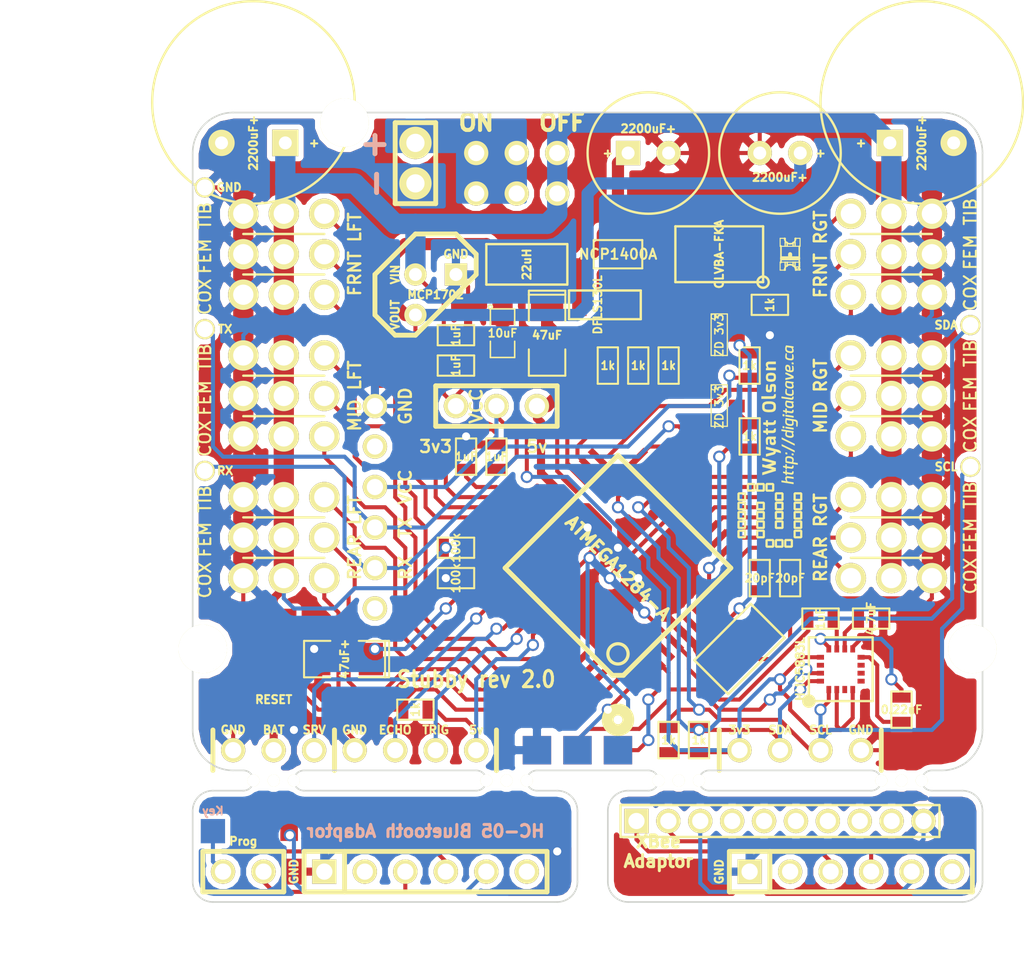
<source format=kicad_pcb>
(kicad_pcb (version 3) (host pcbnew "(2013-dec-23)-stable")
  (title_block (title "Stubby Controller") (rev 2.0) (company DigitalCave))
  (layers (15 F.Cu signal) (0 B.Cu signal) (18 B.Paste user) (19 F.Paste user) (20 B.SilkS user) (21 F.SilkS user) (22 B.Mask user) (23 F.Mask user) (28 Edge.Cuts user))
  (net 0 "")
  (net 1 +3.3V)
  (net 2 +5V)
  (net 3 +BATT)
  (net 4 /ADC_BATTERY_METER)
  (net 5 /AREF)
  (net 6 /AVR_RX)
  (net 7 /AVR_TX)
  (net 8 /BATTERY)
  (net 9 /BLUETOOTH_GND)
  (net 10 /DIST_ECHO)
  (net 11 /DIST_SERVO)
  (net 12 /DIST_TRIG)
  (net 13 /I2C_SCL)
  (net 14 /I2C_SDA)
  (net 15 /LED_BL)
  (net 16 /LED_BL_R)
  (net 17 /LED_GR)
  (net 18 /LED_GR_R)
  (net 19 /LED_RD)
  (net 20 /LED_RD_R)
  (net 21 /MISO)
  (net 22 /MODULE_RX)
  (net 23 /MODULE_TX)
  (net 24 /MOSI)
  (net 25 /PWM00)
  (net 26 /PWM01)
  (net 27 /PWM02)
  (net 28 /PWM03)
  (net 29 /PWM04)
  (net 30 /PWM05)
  (net 31 /PWM06)
  (net 32 /PWM07)
  (net 33 /PWM08)
  (net 34 /PWM09)
  (net 35 /PWM10)
  (net 36 /PWM11)
  (net 37 /PWM12)
  (net 38 /PWM13)
  (net 39 /PWM14)
  (net 40 /PWM15)
  (net 41 /PWM16)
  (net 42 /PWM17)
  (net 43 /RESET)
  (net 44 /SCK)
  (net 45 /XBEE_GND)
  (net 46 /XTAL1)
  (net 47 /XTAL2)
  (net 48 GND)
  (net 49 N-0000010)
  (net 50 N-0000011)
  (net 51 N-0000012)
  (net 52 N-0000013)
  (net 53 N-0000014)
  (net 54 N-000002)
  (net 55 N-000003)
  (net 56 N-0000030)
  (net 57 N-0000031)
  (net 58 N-0000032)
  (net 59 N-000005)
  (net 60 N-000006)
  (net 61 N-000007)
  (module C1V8 (layer F.Cu) (at 39.37 16.51 180)
    (fp_text reference C5 hide)
    (fp_text value 2200uF+ (at 0 0 270) (layer F.SilkS) (effects (font (size 0.508 0.508) (thickness 0.127))))
    (fp_text user + (at -3.81 0 180) (layer F.SilkS) (effects (font (size 0.508 0.508) (thickness 0.127))))
    (pad 1 thru_hole rect (at -2 0 180) (size 1.651 1.651) (drill 0.8128) (layers *.Cu *.Mask F.SilkS) (net 3 +BATT))
    (pad 2 thru_hole circle (at 2 0 180) (size 1.651 1.651) (drill 0.8128) (layers *.Cu *.Mask F.SilkS) (net 48 GND))
  )
  (module C1V8 (layer F.Cu) (at 81.28 16.51)
    (fp_text reference C4 hide)
    (fp_text value 2200uF+ (at 0 0 90) (layer F.SilkS) (effects (font (size 0.508 0.508) (thickness 0.127))))
    (fp_text user + (at -3.81 0) (layer F.SilkS) (effects (font (size 0.508 0.508) (thickness 0.127))))
    (pad 1 thru_hole rect (at -2 0) (size 1.651 1.651) (drill 0.8128) (layers *.Cu *.Mask F.SilkS) (net 3 +BATT))
    (pad 2 thru_hole circle (at 2 0) (size 1.651 1.651) (drill 0.8128) (layers *.Cu *.Mask F.SilkS) (net 48 GND))
  )
  (module C1V7 (layer F.Cu) (at 64.135 17.145)
    (fp_text reference C8 hide)
    (fp_text value 2200uF+ (at 0 -1.524) (layer F.SilkS) (effects (font (size 0.508 0.508) (thickness 0.127))))
    (fp_text user + (at -2.54 0) (layer F.SilkS) (effects (font (size 0.508 0.508) (thickness 0.127))))
    (pad 1 thru_hole rect (at -1.27 0) (size 1.524 1.524) (drill 0.8128) (layers *.Cu *.Mask F.SilkS) (net 2 +5V))
    (pad 2 thru_hole circle (at 1.27 0) (size 1.524 1.524) (drill 0.8128) (layers *.Cu *.Mask F.SilkS) (net 48 GND))
  )
  (module C1V7 (layer F.Cu) (at 72.39 17.145 180)
    (fp_text reference C1 hide)
    (fp_text value 2200uF+ (at 0 -1.524 180) (layer F.SilkS) (effects (font (size 0.508 0.508) (thickness 0.127))))
    (fp_text user + (at -2.54 0 180) (layer F.SilkS) (effects (font (size 0.508 0.508) (thickness 0.127))))
    (pad 1 thru_hole circle (at -1.27 0 180) (size 1.524 1.524) (drill 0.8128) (layers *.Cu *.Mask F.SilkS) (net 1 +3.3V))
    (pad 2 thru_hole circle (at 1.27 0 180) (size 1.524 1.524) (drill 0.8128) (layers *.Cu *.Mask F.SilkS) (net 48 GND))
  )
  (module 1pin (layer F.Cu) (at 84.328 36.83)
    (fp_text reference 1PIN hide)
    (fp_text value P*** hide)
    (pad 1 thru_hole circle (at 0 0) (size 1.27 1.27) (drill 1.016) (layers *.Cu *.Mask F.SilkS) (net 13 /I2C_SCL))
  )
  (module 1pin (layer F.Cu) (at 84.328 27.94)
    (fp_text reference 1PIN hide)
    (fp_text value P*** hide)
    (pad 1 thru_hole circle (at 0 0) (size 1.27 1.27) (drill 1.016) (layers *.Cu *.Mask F.SilkS) (net 14 /I2C_SDA))
  )
  (module 1pin (layer F.Cu) (at 36.322 19.304)
    (fp_text reference 1PIN hide)
    (fp_text value P*** hide)
    (pad 1 thru_hole circle (at 0 0) (size 1.27 1.27) (drill 1.016) (layers *.Cu *.Mask F.SilkS) (net 48 GND))
  )
  (module 1pin (layer F.Cu) (at 36.322 37.084)
    (fp_text reference 1PIN hide)
    (fp_text value P*** hide)
    (pad 1 thru_hole circle (at 0 0) (size 1.27 1.27) (drill 1.016) (layers *.Cu *.Mask F.SilkS) (net 22 /MODULE_RX))
  )
  (module 1pin (layer F.Cu) (at 36.322 28.194)
    (fp_text reference 1PIN hide)
    (fp_text value P*** hide)
    (pad 1 thru_hole circle (at 0 0) (size 1.27 1.27) (drill 1.016) (layers *.Cu *.Mask F.SilkS) (net 23 /MODULE_TX))
  )
  (module 1pin (layer F.Cu) (at 36.195 48.26)
    (fp_text reference 1PIN hide)
    (fp_text value P*** hide)
    (pad "" np_thru_hole circle (at 0 0) (size 3.048 3.048) (drill 3.048) (layers *.Cu *.Mask F.SilkS))
  )
  (module SIL-2 (layer F.Cu) (at 49.53 17.78 270)
    (fp_text reference P1 hide)
    (fp_text value "BATT (4.8V-6V)" hide)
    (pad 1 thru_hole circle (at -1.27 0 270) (size 2.032 2.032) (drill 1.143) (layers *.Cu *.Mask F.SilkS) (net 8 /BATTERY))
    (pad 2 thru_hole circle (at 1.27 0 270) (size 2.032 2.032) (drill 1.143) (layers *.Cu *.Mask F.SilkS) (net 48 GND))
  )
  (module SIL-4 (layer F.Cu) (at 73.66 54.61)
    (fp_text reference P10 hide)
    (fp_text value CONN_4 hide)
    (pad 1 thru_hole circle (at -3.81 0) (size 1.524 1.524) (drill 1.016) (layers *.Cu *.Mask F.SilkS) (net 1 +3.3V))
    (pad 2 thru_hole circle (at -1.27 0) (size 1.524 1.524) (drill 1.016) (layers *.Cu *.Mask F.SilkS) (net 14 /I2C_SDA))
    (pad 3 thru_hole circle (at 1.27 0) (size 1.524 1.524) (drill 1.016) (layers *.Cu *.Mask F.SilkS) (net 13 /I2C_SCL))
    (pad 4 thru_hole circle (at 3.81 0) (size 1.524 1.524) (drill 1.016) (layers *.Cu *.Mask F.SilkS) (net 48 GND))
  )
  (module SIL-4 (layer F.Cu) (at 49.53 54.61 180)
    (fp_text reference P11 hide)
    (fp_text value CONN_4 hide)
    (pad 1 thru_hole circle (at -3.81 0 180) (size 1.524 1.524) (drill 1.016) (layers *.Cu *.Mask F.SilkS) (net 2 +5V))
    (pad 2 thru_hole circle (at -1.27 0 180) (size 1.524 1.524) (drill 1.016) (layers *.Cu *.Mask F.SilkS) (net 12 /DIST_TRIG))
    (pad 3 thru_hole circle (at 1.27 0 180) (size 1.524 1.524) (drill 1.016) (layers *.Cu *.Mask F.SilkS) (net 10 /DIST_ECHO))
    (pad 4 thru_hole circle (at 3.81 0 180) (size 1.524 1.524) (drill 1.016) (layers *.Cu *.Mask F.SilkS) (net 48 GND))
  )
  (module SIL-3 (layer F.Cu) (at 40.64 54.61)
    (fp_text reference S7 hide)
    (fp_text value CONN_3 hide)
    (pad 1 thru_hole circle (at -2.54 0) (size 1.524 1.524) (drill 1.016) (layers *.Cu *.Mask F.SilkS) (net 48 GND))
    (pad 2 thru_hole circle (at 0 0) (size 1.524 1.524) (drill 1.016) (layers *.Cu *.Mask F.SilkS) (net 3 +BATT))
    (pad 3 thru_hole circle (at 2.54 0) (size 1.524 1.524) (drill 1.016) (layers *.Cu *.Mask F.SilkS) (net 11 /DIST_SERVO))
  )
  (module SIL-6 (layer F.Cu) (at 46.99 39.37 270)
    (fp_text reference P6 hide)
    (fp_text value CONN_6 hide)
    (fp_text user RX (at 3.81 -1.905 270) (layer F.SilkS) (effects (font (size 0.762 0.762))))
    (fp_text user TX (at 1.27 -1.905 270) (layer F.SilkS) (effects (font (size 0.762 0.762))))
    (fp_text user VCC (at -1.27 -1.905 270) (layer F.SilkS) (effects (font (size 0.762 0.762))))
    (fp_text user GND (at -6.35 -1.905 270) (layer F.SilkS) (effects (font (size 0.762 0.762))))
    (pad 1 thru_hole circle (at -6.35 0 270) (size 1.524 1.524) (drill 1.016) (layers *.Cu *.Mask F.SilkS) (net 48 GND))
    (pad 2 thru_hole circle (at -3.81 0 270) (size 1.524 1.524) (drill 1.016) (layers *.Cu *.Mask F.SilkS))
    (pad 3 thru_hole circle (at -1.27 0 270) (size 1.524 1.524) (drill 1.016) (layers *.Cu *.Mask F.SilkS) (net 55 N-000003))
    (pad 4 thru_hole circle (at 1.27 0 270) (size 1.524 1.524) (drill 1.016) (layers *.Cu *.Mask F.SilkS) (net 23 /MODULE_TX))
    (pad 5 thru_hole circle (at 3.81 0 270) (size 1.524 1.524) (drill 1.016) (layers *.Cu *.Mask F.SilkS) (net 22 /MODULE_RX))
    (pad 6 thru_hole circle (at 6.35 0 270) (size 1.524 1.524) (drill 1.016) (layers *.Cu *.Mask F.SilkS))
  )
  (module SIL-3 (layer F.Cu) (at 54.61 33.02 180)
    (fp_text reference JP1 hide)
    (fp_text value CONN_3 hide)
    (fp_text user VCC (at 1.27 0 270) (layer F.SilkS) (effects (font (size 0.762 0.762))))
    (fp_text user 3v3 (at 3.81 -2.54 180) (layer F.SilkS) (effects (font (size 0.762 0.762))))
    (fp_text user 5v (at -2.54 -2.54 180) (layer F.SilkS) (effects (font (size 0.762 0.762))))
    (pad 1 thru_hole circle (at -2.54 0 180) (size 1.524 1.524) (drill 1.016) (layers *.Cu *.Mask F.SilkS) (net 2 +5V))
    (pad 2 thru_hole circle (at 0 0 180) (size 1.524 1.524) (drill 1.016) (layers *.Cu *.Mask F.SilkS) (net 55 N-000003))
    (pad 3 thru_hole circle (at 2.54 0 180) (size 1.524 1.524) (drill 1.016) (layers *.Cu *.Mask F.SilkS) (net 1 +3.3V))
  )
  (module SIL-6 (layer F.Cu) (at 76.835 62.23)
    (fp_text reference P4 hide)
    (fp_text value CONN_6 hide)
    (pad 1 thru_hole rect (at -6.35 0) (size 1.524 1.524) (drill 1.016) (layers *.Cu *.Mask F.SilkS) (net 45 /XBEE_GND))
    (pad 2 thru_hole circle (at -3.81 0) (size 1.524 1.524) (drill 1.016) (layers *.Cu *.Mask F.SilkS))
    (pad 3 thru_hole circle (at -1.27 0) (size 1.524 1.524) (drill 1.016) (layers *.Cu *.Mask F.SilkS) (net 59 N-000005))
    (pad 4 thru_hole circle (at 1.27 0) (size 1.524 1.524) (drill 1.016) (layers *.Cu *.Mask F.SilkS) (net 53 N-0000014))
    (pad 5 thru_hole circle (at 3.81 0) (size 1.524 1.524) (drill 1.016) (layers *.Cu *.Mask F.SilkS) (net 52 N-0000013))
    (pad 6 thru_hole circle (at 6.35 0) (size 1.524 1.524) (drill 1.016) (layers *.Cu *.Mask F.SilkS))
  )
  (module SIL-10 (layer F.Cu) (at 72.39 59.055)
    (fp_text reference P3 hide)
    (fp_text value CONN_10 hide)
    (pad 1 thru_hole rect (at -9 0) (size 1.524 1.524) (drill 1.016) (layers *.Cu *.Mask F.SilkS) (net 59 N-000005))
    (pad 2 thru_hole circle (at -7 0) (size 1.524 1.524) (drill 1.016) (layers *.Cu *.Mask F.SilkS) (net 53 N-0000014))
    (pad 3 thru_hole circle (at -5 0) (size 1.524 1.524) (drill 1.016) (layers *.Cu *.Mask F.SilkS) (net 52 N-0000013))
    (pad 4 thru_hole circle (at -3 0) (size 1.524 1.524) (drill 1.016) (layers *.Cu *.Mask F.SilkS))
    (pad 5 thru_hole circle (at -1 0) (size 1.524 1.524) (drill 1.016) (layers *.Cu *.Mask F.SilkS))
    (pad 6 thru_hole circle (at 1 0) (size 1.524 1.524) (drill 1.016) (layers *.Cu *.Mask F.SilkS))
    (pad 7 thru_hole circle (at 3 0) (size 1.524 1.524) (drill 1.016) (layers *.Cu *.Mask F.SilkS))
    (pad 8 thru_hole circle (at 5 0) (size 1.524 1.524) (drill 1.016) (layers *.Cu *.Mask F.SilkS))
    (pad 9 thru_hole circle (at 7 0) (size 1.524 1.524) (drill 1.016) (layers *.Cu *.Mask F.SilkS))
    (pad 10 thru_hole circle (at 9 0) (size 1.524 1.524) (drill 1.016) (layers *.Cu *.Mask F.SilkS) (net 45 /XBEE_GND))
  )
  (module SIL-2 (layer F.Cu) (at 38.735 62.23)
    (fp_text reference P9 hide)
    (fp_text value CONN_2 hide)
    (pad 1 thru_hole circle (at -1.27 0) (size 1.524 1.524) (drill 1.016) (layers *.Cu *.Mask F.SilkS) (net 50 N-0000011))
    (pad 2 thru_hole circle (at 1.27 0) (size 1.524 1.524) (drill 1.016) (layers *.Cu *.Mask F.SilkS) (net 51 N-0000012))
  )
  (module SIL-6 (layer F.Cu) (at 50.165 62.23)
    (fp_text reference P8 hide)
    (fp_text value CONN_6 hide)
    (pad 1 thru_hole rect (at -6.35 0) (size 1.524 1.524) (drill 1.016) (layers *.Cu *.Mask F.SilkS) (net 9 /BLUETOOTH_GND))
    (pad 2 thru_hole circle (at -3.81 0) (size 1.524 1.524) (drill 1.016) (layers *.Cu *.Mask F.SilkS))
    (pad 3 thru_hole circle (at -1.27 0) (size 1.524 1.524) (drill 1.016) (layers *.Cu *.Mask F.SilkS) (net 51 N-0000012))
    (pad 4 thru_hole circle (at 1.27 0) (size 1.524 1.524) (drill 1.016) (layers *.Cu *.Mask F.SilkS) (net 61 N-000007))
    (pad 5 thru_hole circle (at 3.81 0) (size 1.524 1.524) (drill 1.016) (layers *.Cu *.Mask F.SilkS) (net 60 N-000006))
    (pad 6 thru_hole circle (at 6.35 0) (size 1.524 1.524) (drill 1.016) (layers *.Cu *.Mask F.SilkS))
  )
  (module SIL-1 (layer B.Cu) (at 36.83 59.69)
    (fp_text reference P7 hide)
    (fp_text value CONN_1 hide)
    (pad 1 smd rect (at 0 0) (size 1.524 1.524) (layers B.Cu B.Paste B.Mask) (net 50 N-0000011))
  )
  (module SOT23 (layer F.Cu) (at 68.58 33.02 270)
    (fp_text reference ZD2 hide)
    (fp_text value "ZD 3v3" (at 0.0635 0 270) (layer F.SilkS) (effects (font (size 0.50038 0.50038) (thickness 0.09906))))
    (pad 2 smd rect (at 0 -1.09982 270) (size 0.8001 1.00076) (layers F.Cu F.Paste F.Mask) (net 22 /MODULE_RX))
    (pad 3 smd rect (at 0.9525 1.09982 270) (size 0.8001 1.00076) (layers F.Cu F.Paste F.Mask))
    (pad 1 smd rect (at -0.9525 1.09982 270) (size 0.8001 1.00076) (layers F.Cu F.Paste F.Mask) (net 48 GND))
  )
  (module 1pin (layer F.Cu) (at 84.455 48.26)
    (fp_text reference 1PIN hide)
    (fp_text value P*** hide)
    (pad "" np_thru_hole circle (at 0 0) (size 3.048 3.048) (drill 3.048) (layers *.Cu *.Mask F.SilkS))
  )
  (module SOT23 (layer F.Cu) (at 68.58 28.575 270)
    (fp_text reference ZD1 hide)
    (fp_text value "ZD 3v3" (at 0 0 270) (layer F.SilkS) (effects (font (size 0.50038 0.50038) (thickness 0.09906))))
    (pad 2 smd rect (at 0 -1.09982 270) (size 0.8001 1.00076) (layers F.Cu F.Paste F.Mask) (net 6 /AVR_RX))
    (pad 3 smd rect (at 0.9525 1.09982 270) (size 0.8001 1.00076) (layers F.Cu F.Paste F.Mask))
    (pad 1 smd rect (at -0.9525 1.09982 270) (size 0.8001 1.00076) (layers F.Cu F.Paste F.Mask) (net 48 GND))
  )
  (module 1pin (layer F.Cu) (at 45.085 15.24)
    (fp_text reference 1PIN hide)
    (fp_text value P*** hide)
    (pad "" np_thru_hole circle (at 0 0) (size 3.048 3.048) (drill 3.048) (layers *.Cu *.Mask F.SilkS))
  )
  (module DPDT (layer F.Cu) (at 55.88 18.415)
    (fp_text reference SW1 hide)
    (fp_text value DPDT hide)
    (pad 4 thru_hole circle (at -2.54 1.27) (size 1.524 1.524) (drill 1.016) (layers *.Cu *.Mask F.SilkS) (net 8 /BATTERY))
    (pad 1 thru_hole circle (at -2.54 -1.27) (size 1.524 1.524) (drill 1.016) (layers *.Cu *.Mask F.SilkS) (net 8 /BATTERY))
    (pad 5 thru_hole circle (at 0 1.27) (size 1.524 1.524) (drill 1.016) (layers *.Cu *.Mask F.SilkS) (net 8 /BATTERY))
    (pad 2 thru_hole circle (at 0 -1.27) (size 1.524 1.524) (drill 1.016) (layers *.Cu *.Mask F.SilkS) (net 8 /BATTERY))
    (pad 6 thru_hole circle (at 2.54 1.27) (size 1.524 1.524) (drill 1.016) (layers *.Cu *.Mask F.SilkS) (net 3 +BATT))
    (pad 3 thru_hole circle (at 2.54 -1.27) (size 1.524 1.524) (drill 1.016) (layers *.Cu *.Mask F.SilkS) (net 3 +BATT))
  )
  (module DIGITALCAVE_LOGO_WIDE_SMALL (layer F.Cu) (at 71.755 35.56 90)
    (fp_text reference VAL hide)
    (fp_text value DIGITALCAVE_LOGO_WIDE_SMALL hide)
  )
  (module HEX_LEG (layer F.Cu) (at 41.91 30.48 180)
    (fp_text reference S3 hide)
    (fp_text value "MID LFT" (at -3.81 -1.905 270) (layer F.SilkS) (effects (font (size 0.762 0.762))))
    (fp_text user TIB (at 5.588 0.508 270) (layer F.SilkS) (effects (font (size 0.762 0.762) (thickness 0.127))))
    (fp_text user FEM (at 5.588 -2.032 270) (layer F.SilkS) (effects (font (size 0.762 0.762) (thickness 0.127))))
    (fp_text user COX (at 5.588 -4.572 270) (layer F.SilkS) (effects (font (size 0.762 0.762) (thickness 0.127))))
    (pad 1 thru_hole circle (at -1.905 -4.445 90) (size 1.905 1.905) (drill 1.27) (layers *.Cu *.Mask F.SilkS) (net 31 /PWM06))
    (pad 2 thru_hole circle (at -1.905 -1.905 90) (size 1.905 1.905) (drill 1.27) (layers *.Cu *.Mask F.SilkS) (net 32 /PWM07))
    (pad 3 thru_hole circle (at -1.905 0.635 90) (size 1.905 1.905) (drill 1.27) (layers *.Cu *.Mask F.SilkS) (net 33 /PWM08))
    (pad 4 thru_hole circle (at 0.635 -4.445 90) (size 1.905 1.905) (drill 1.27) (layers *.Cu *.Mask F.SilkS) (net 3 +BATT))
    (pad 5 thru_hole circle (at 0.635 -1.905 90) (size 1.905 1.905) (drill 1.27) (layers *.Cu *.Mask F.SilkS) (net 3 +BATT))
    (pad 6 thru_hole circle (at 0.635 0.635 90) (size 1.905 1.905) (drill 1.27) (layers *.Cu *.Mask F.SilkS) (net 3 +BATT))
    (pad 7 thru_hole circle (at 3.175 -4.445 90) (size 1.905 1.905) (drill 1.27) (layers *.Cu *.Mask F.SilkS) (net 48 GND))
    (pad 8 thru_hole circle (at 3.175 -1.905 90) (size 1.905 1.905) (drill 1.27) (layers *.Cu *.Mask F.SilkS) (net 48 GND))
    (pad 9 thru_hole circle (at 3.175 0.635 90) (size 1.905 1.905) (drill 1.27) (layers *.Cu *.Mask F.SilkS) (net 48 GND))
  )
  (module HEX_LEG (layer F.Cu) (at 41.91 21.59 180)
    (fp_text reference S1 hide)
    (fp_text value "FRNT LFT" (at -3.81 -1.905 270) (layer F.SilkS) (effects (font (size 0.762 0.762))))
    (fp_text user TIB (at 5.588 0.508 270) (layer F.SilkS) (effects (font (size 0.762 0.762) (thickness 0.127))))
    (fp_text user FEM (at 5.588 -2.032 270) (layer F.SilkS) (effects (font (size 0.762 0.762) (thickness 0.127))))
    (fp_text user COX (at 5.588 -4.572 270) (layer F.SilkS) (effects (font (size 0.762 0.762) (thickness 0.127))))
    (pad 1 thru_hole circle (at -1.905 -4.445 90) (size 1.905 1.905) (drill 1.27) (layers *.Cu *.Mask F.SilkS) (net 25 /PWM00))
    (pad 2 thru_hole circle (at -1.905 -1.905 90) (size 1.905 1.905) (drill 1.27) (layers *.Cu *.Mask F.SilkS) (net 26 /PWM01))
    (pad 3 thru_hole circle (at -1.905 0.635 90) (size 1.905 1.905) (drill 1.27) (layers *.Cu *.Mask F.SilkS) (net 27 /PWM02))
    (pad 4 thru_hole circle (at 0.635 -4.445 90) (size 1.905 1.905) (drill 1.27) (layers *.Cu *.Mask F.SilkS) (net 3 +BATT))
    (pad 5 thru_hole circle (at 0.635 -1.905 90) (size 1.905 1.905) (drill 1.27) (layers *.Cu *.Mask F.SilkS) (net 3 +BATT))
    (pad 6 thru_hole circle (at 0.635 0.635 90) (size 1.905 1.905) (drill 1.27) (layers *.Cu *.Mask F.SilkS) (net 3 +BATT))
    (pad 7 thru_hole circle (at 3.175 -4.445 90) (size 1.905 1.905) (drill 1.27) (layers *.Cu *.Mask F.SilkS) (net 48 GND))
    (pad 8 thru_hole circle (at 3.175 -1.905 90) (size 1.905 1.905) (drill 1.27) (layers *.Cu *.Mask F.SilkS) (net 48 GND))
    (pad 9 thru_hole circle (at 3.175 0.635 90) (size 1.905 1.905) (drill 1.27) (layers *.Cu *.Mask F.SilkS) (net 48 GND))
  )
  (module HEX_LEG (layer F.Cu) (at 41.91 39.37 180)
    (fp_text reference S5 hide)
    (fp_text value "REAR LFT" (at -3.81 -1.905 270) (layer F.SilkS) (effects (font (size 0.762 0.762))))
    (fp_text user TIB (at 5.588 0.508 270) (layer F.SilkS) (effects (font (size 0.762 0.762) (thickness 0.127))))
    (fp_text user FEM (at 5.588 -2.032 270) (layer F.SilkS) (effects (font (size 0.762 0.762) (thickness 0.127))))
    (fp_text user COX (at 5.588 -4.572 270) (layer F.SilkS) (effects (font (size 0.762 0.762) (thickness 0.127))))
    (pad 1 thru_hole circle (at -1.905 -4.445 90) (size 1.905 1.905) (drill 1.27) (layers *.Cu *.Mask F.SilkS) (net 37 /PWM12))
    (pad 2 thru_hole circle (at -1.905 -1.905 90) (size 1.905 1.905) (drill 1.27) (layers *.Cu *.Mask F.SilkS) (net 38 /PWM13))
    (pad 3 thru_hole circle (at -1.905 0.635 90) (size 1.905 1.905) (drill 1.27) (layers *.Cu *.Mask F.SilkS) (net 39 /PWM14))
    (pad 4 thru_hole circle (at 0.635 -4.445 90) (size 1.905 1.905) (drill 1.27) (layers *.Cu *.Mask F.SilkS) (net 3 +BATT))
    (pad 5 thru_hole circle (at 0.635 -1.905 90) (size 1.905 1.905) (drill 1.27) (layers *.Cu *.Mask F.SilkS) (net 3 +BATT))
    (pad 6 thru_hole circle (at 0.635 0.635 90) (size 1.905 1.905) (drill 1.27) (layers *.Cu *.Mask F.SilkS) (net 3 +BATT))
    (pad 7 thru_hole circle (at 3.175 -4.445 90) (size 1.905 1.905) (drill 1.27) (layers *.Cu *.Mask F.SilkS) (net 48 GND))
    (pad 8 thru_hole circle (at 3.175 -1.905 90) (size 1.905 1.905) (drill 1.27) (layers *.Cu *.Mask F.SilkS) (net 48 GND))
    (pad 9 thru_hole circle (at 3.175 0.635 90) (size 1.905 1.905) (drill 1.27) (layers *.Cu *.Mask F.SilkS) (net 48 GND))
  )
  (module HEX_LEG_REVERSE (layer F.Cu) (at 78.74 25.4)
    (fp_text reference S2 hide)
    (fp_text value "FRNT RGT" (at -3.81 -1.905 90) (layer F.SilkS) (effects (font (size 0.762 0.762))))
    (fp_text user TIB (at 5.588 -4.572 90) (layer F.SilkS) (effects (font (size 0.762 0.762) (thickness 0.127))))
    (fp_text user FEM (at 5.588 -2.032 90) (layer F.SilkS) (effects (font (size 0.762 0.762) (thickness 0.127))))
    (fp_text user COX (at 5.588 0.508 90) (layer F.SilkS) (effects (font (size 0.762 0.762) (thickness 0.127))))
    (pad 1 thru_hole circle (at -1.905 -4.445 270) (size 1.905 1.905) (drill 1.27) (layers *.Cu *.Mask F.SilkS) (net 28 /PWM03))
    (pad 2 thru_hole circle (at -1.905 -1.905 270) (size 1.905 1.905) (drill 1.27) (layers *.Cu *.Mask F.SilkS) (net 29 /PWM04))
    (pad 3 thru_hole circle (at -1.905 0.635 270) (size 1.905 1.905) (drill 1.27) (layers *.Cu *.Mask F.SilkS) (net 30 /PWM05))
    (pad 4 thru_hole circle (at 0.635 -4.445 270) (size 1.905 1.905) (drill 1.27) (layers *.Cu *.Mask F.SilkS) (net 3 +BATT))
    (pad 5 thru_hole circle (at 0.635 -1.905 270) (size 1.905 1.905) (drill 1.27) (layers *.Cu *.Mask F.SilkS) (net 3 +BATT))
    (pad 6 thru_hole circle (at 0.635 0.635 270) (size 1.905 1.905) (drill 1.27) (layers *.Cu *.Mask F.SilkS) (net 3 +BATT))
    (pad 7 thru_hole circle (at 3.175 -4.445 270) (size 1.905 1.905) (drill 1.27) (layers *.Cu *.Mask F.SilkS) (net 48 GND))
    (pad 8 thru_hole circle (at 3.175 -1.905 270) (size 1.905 1.905) (drill 1.27) (layers *.Cu *.Mask F.SilkS) (net 48 GND))
    (pad 9 thru_hole circle (at 3.175 0.635 270) (size 1.905 1.905) (drill 1.27) (layers *.Cu *.Mask F.SilkS) (net 48 GND))
  )
  (module HEX_LEG_REVERSE (layer F.Cu) (at 78.74 34.29)
    (fp_text reference S4 hide)
    (fp_text value "MID RGT" (at -3.81 -1.905 90) (layer F.SilkS) (effects (font (size 0.762 0.762))))
    (fp_text user TIB (at 5.588 -4.572 90) (layer F.SilkS) (effects (font (size 0.762 0.762) (thickness 0.127))))
    (fp_text user FEM (at 5.588 -2.032 90) (layer F.SilkS) (effects (font (size 0.762 0.762) (thickness 0.127))))
    (fp_text user COX (at 5.588 0.508 90) (layer F.SilkS) (effects (font (size 0.762 0.762) (thickness 0.127))))
    (pad 1 thru_hole circle (at -1.905 -4.445 270) (size 1.905 1.905) (drill 1.27) (layers *.Cu *.Mask F.SilkS) (net 34 /PWM09))
    (pad 2 thru_hole circle (at -1.905 -1.905 270) (size 1.905 1.905) (drill 1.27) (layers *.Cu *.Mask F.SilkS) (net 35 /PWM10))
    (pad 3 thru_hole circle (at -1.905 0.635 270) (size 1.905 1.905) (drill 1.27) (layers *.Cu *.Mask F.SilkS) (net 36 /PWM11))
    (pad 4 thru_hole circle (at 0.635 -4.445 270) (size 1.905 1.905) (drill 1.27) (layers *.Cu *.Mask F.SilkS) (net 3 +BATT))
    (pad 5 thru_hole circle (at 0.635 -1.905 270) (size 1.905 1.905) (drill 1.27) (layers *.Cu *.Mask F.SilkS) (net 3 +BATT))
    (pad 6 thru_hole circle (at 0.635 0.635 270) (size 1.905 1.905) (drill 1.27) (layers *.Cu *.Mask F.SilkS) (net 3 +BATT))
    (pad 7 thru_hole circle (at 3.175 -4.445 270) (size 1.905 1.905) (drill 1.27) (layers *.Cu *.Mask F.SilkS) (net 48 GND))
    (pad 8 thru_hole circle (at 3.175 -1.905 270) (size 1.905 1.905) (drill 1.27) (layers *.Cu *.Mask F.SilkS) (net 48 GND))
    (pad 9 thru_hole circle (at 3.175 0.635 270) (size 1.905 1.905) (drill 1.27) (layers *.Cu *.Mask F.SilkS) (net 48 GND))
  )
  (module HEX_LEG_REVERSE (layer F.Cu) (at 78.74 43.18)
    (fp_text reference S6 hide)
    (fp_text value "REAR RGT" (at -3.81 -1.905 90) (layer F.SilkS) (effects (font (size 0.762 0.762))))
    (fp_text user TIB (at 5.588 -4.572 90) (layer F.SilkS) (effects (font (size 0.762 0.762) (thickness 0.127))))
    (fp_text user FEM (at 5.588 -2.032 90) (layer F.SilkS) (effects (font (size 0.762 0.762) (thickness 0.127))))
    (fp_text user COX (at 5.588 0.508 90) (layer F.SilkS) (effects (font (size 0.762 0.762) (thickness 0.127))))
    (pad 1 thru_hole circle (at -1.905 -4.445 270) (size 1.905 1.905) (drill 1.27) (layers *.Cu *.Mask F.SilkS) (net 40 /PWM15))
    (pad 2 thru_hole circle (at -1.905 -1.905 270) (size 1.905 1.905) (drill 1.27) (layers *.Cu *.Mask F.SilkS) (net 41 /PWM16))
    (pad 3 thru_hole circle (at -1.905 0.635 270) (size 1.905 1.905) (drill 1.27) (layers *.Cu *.Mask F.SilkS) (net 42 /PWM17))
    (pad 4 thru_hole circle (at 0.635 -4.445 270) (size 1.905 1.905) (drill 1.27) (layers *.Cu *.Mask F.SilkS) (net 3 +BATT))
    (pad 5 thru_hole circle (at 0.635 -1.905 270) (size 1.905 1.905) (drill 1.27) (layers *.Cu *.Mask F.SilkS) (net 3 +BATT))
    (pad 6 thru_hole circle (at 0.635 0.635 270) (size 1.905 1.905) (drill 1.27) (layers *.Cu *.Mask F.SilkS) (net 3 +BATT))
    (pad 7 thru_hole circle (at 3.175 -4.445 270) (size 1.905 1.905) (drill 1.27) (layers *.Cu *.Mask F.SilkS) (net 48 GND))
    (pad 8 thru_hole circle (at 3.175 -1.905 270) (size 1.905 1.905) (drill 1.27) (layers *.Cu *.Mask F.SilkS) (net 48 GND))
    (pad 9 thru_hole circle (at 3.175 0.635 270) (size 1.905 1.905) (drill 1.27) (layers *.Cu *.Mask F.SilkS) (net 48 GND))
  )
  (module TQFP44 (layer F.Cu) (at 62.23 43.18 135)
    (fp_text reference IC1 hide)
    (fp_text value ATMEGA1284-A (at 0 0 135) (layer F.SilkS) (effects (font (size 0.762 0.762) (thickness 0.1905))))
    (pad 39 smd rect (at 0 -5.715 135) (size 0.4064 1.524) (layers F.Cu F.Paste F.Mask) (net 48 GND))
    (pad 40 smd rect (at -0.8001 -5.715 135) (size 0.4064 1.524) (layers F.Cu F.Paste F.Mask) (net 32 /PWM07))
    (pad 41 smd rect (at -1.6002 -5.715 135) (size 0.4064 1.524) (layers F.Cu F.Paste F.Mask) (net 31 /PWM06))
    (pad 42 smd rect (at -2.4003 -5.715 135) (size 0.4064 1.524) (layers F.Cu F.Paste F.Mask) (net 39 /PWM14))
    (pad 43 smd rect (at -3.2004 -5.715 135) (size 0.4064 1.524) (layers F.Cu F.Paste F.Mask) (net 38 /PWM13))
    (pad 44 smd rect (at -4.0005 -5.715 135) (size 0.4064 1.524) (layers F.Cu F.Paste F.Mask) (net 37 /PWM12))
    (pad 38 smd rect (at 0.8001 -5.715 135) (size 0.4064 1.524) (layers F.Cu F.Paste F.Mask) (net 2 +5V))
    (pad 37 smd rect (at 1.6002 -5.715 135) (size 0.4064 1.524) (layers F.Cu F.Paste F.Mask) (net 12 /DIST_TRIG))
    (pad 36 smd rect (at 2.4003 -5.715 135) (size 0.4064 1.524) (layers F.Cu F.Paste F.Mask) (net 10 /DIST_ECHO))
    (pad 35 smd rect (at 3.2004 -5.715 135) (size 0.4064 1.524) (layers F.Cu F.Paste F.Mask) (net 11 /DIST_SERVO))
    (pad 34 smd rect (at 4.0005 -5.715 135) (size 0.4064 1.524) (layers F.Cu F.Paste F.Mask) (net 33 /PWM08))
    (pad 17 smd rect (at 0 5.715 135) (size 0.4064 1.524) (layers F.Cu F.Paste F.Mask) (net 2 +5V))
    (pad 16 smd rect (at -0.8001 5.715 135) (size 0.4064 1.524) (layers F.Cu F.Paste F.Mask) (net 34 /PWM09))
    (pad 15 smd rect (at -1.6002 5.715 135) (size 0.4064 1.524) (layers F.Cu F.Paste F.Mask) (net 35 /PWM10))
    (pad 14 smd rect (at -2.4003 5.715 135) (size 0.4064 1.524) (layers F.Cu F.Paste F.Mask) (net 36 /PWM11))
    (pad 13 smd rect (at -3.2004 5.715 135) (size 0.4064 1.524) (layers F.Cu F.Paste F.Mask) (net 40 /PWM15))
    (pad 12 smd rect (at -4.0005 5.715 135) (size 0.4064 1.524) (layers F.Cu F.Paste F.Mask) (net 41 /PWM16))
    (pad 18 smd rect (at 0.8001 5.715 135) (size 0.4064 1.524) (layers F.Cu F.Paste F.Mask) (net 48 GND))
    (pad 19 smd rect (at 1.6002 5.715 135) (size 0.4064 1.524) (layers F.Cu F.Paste F.Mask) (net 13 /I2C_SCL))
    (pad 20 smd rect (at 2.4003 5.715 135) (size 0.4064 1.524) (layers F.Cu F.Paste F.Mask) (net 14 /I2C_SDA))
    (pad 21 smd rect (at 3.2004 5.715 135) (size 0.4064 1.524) (layers F.Cu F.Paste F.Mask) (net 30 /PWM05))
    (pad 22 smd rect (at 4.0005 5.715 135) (size 0.4064 1.524) (layers F.Cu F.Paste F.Mask) (net 29 /PWM04))
    (pad 6 smd rect (at -5.715 0 135) (size 1.524 0.4064) (layers F.Cu F.Paste F.Mask) (net 48 GND))
    (pad 28 smd rect (at 5.715 0 135) (size 1.524 0.4064) (layers F.Cu F.Paste F.Mask) (net 48 GND))
    (pad 7 smd rect (at -5.715 0.8001 135) (size 1.524 0.4064) (layers F.Cu F.Paste F.Mask) (net 47 /XTAL2))
    (pad 27 smd rect (at 5.715 0.8001 135) (size 1.524 0.4064) (layers F.Cu F.Paste F.Mask) (net 2 +5V))
    (pad 26 smd rect (at 5.715 1.6002 135) (size 1.524 0.4064) (layers F.Cu F.Paste F.Mask) (net 17 /LED_GR))
    (pad 8 smd rect (at -5.715 1.6002 135) (size 1.524 0.4064) (layers F.Cu F.Paste F.Mask) (net 46 /XTAL1))
    (pad 9 smd rect (at -5.715 2.4003 135) (size 1.524 0.4064) (layers F.Cu F.Paste F.Mask) (net 6 /AVR_RX))
    (pad 25 smd rect (at 5.715 2.4003 135) (size 1.524 0.4064) (layers F.Cu F.Paste F.Mask) (net 15 /LED_BL))
    (pad 24 smd rect (at 5.715 3.2004 135) (size 1.524 0.4064) (layers F.Cu F.Paste F.Mask) (net 19 /LED_RD))
    (pad 10 smd rect (at -5.715 3.2004 135) (size 1.524 0.4064) (layers F.Cu F.Paste F.Mask) (net 7 /AVR_TX))
    (pad 11 smd rect (at -5.715 4.0005 135) (size 1.524 0.4064) (layers F.Cu F.Paste F.Mask) (net 42 /PWM17))
    (pad 23 smd rect (at 5.715 4.0005 135) (size 1.524 0.4064) (layers F.Cu F.Paste F.Mask) (net 28 /PWM03))
    (pad 29 smd rect (at 5.715 -0.8001 135) (size 1.524 0.4064) (layers F.Cu F.Paste F.Mask) (net 5 /AREF))
    (pad 5 smd rect (at -5.715 -0.8001 135) (size 1.524 0.4064) (layers F.Cu F.Paste F.Mask) (net 2 +5V))
    (pad 4 smd rect (at -5.715 -1.6002 135) (size 1.524 0.4064) (layers F.Cu F.Paste F.Mask) (net 43 /RESET))
    (pad 30 smd rect (at 5.715 -1.6002 135) (size 1.524 0.4064) (layers F.Cu F.Paste F.Mask) (net 4 /ADC_BATTERY_METER))
    (pad 31 smd rect (at 5.715 -2.4003 135) (size 1.524 0.4064) (layers F.Cu F.Paste F.Mask) (net 27 /PWM02))
    (pad 3 smd rect (at -5.715 -2.4003 135) (size 1.524 0.4064) (layers F.Cu F.Paste F.Mask) (net 44 /SCK))
    (pad 2 smd rect (at -5.715 -3.2004 135) (size 1.524 0.4064) (layers F.Cu F.Paste F.Mask) (net 21 /MISO))
    (pad 32 smd rect (at 5.715 -3.2004 135) (size 1.524 0.4064) (layers F.Cu F.Paste F.Mask) (net 26 /PWM01))
    (pad 33 smd rect (at 5.715 -4.0005 135) (size 1.524 0.4064) (layers F.Cu F.Paste F.Mask) (net 25 /PWM00))
    (pad 1 smd rect (at -5.715 -4.0005 135) (size 1.524 0.4064) (layers F.Cu F.Paste F.Mask) (net 24 /MOSI))
  )
  (module TO92 (layer F.Cu) (at 50.8 26.035)
    (fp_text reference VR1 hide)
    (fp_text value MCP1702 (at 0 0) (layer F.SilkS) (effects (font (size 0.508 0.508) (thickness 0.127))))
    (pad 1 thru_hole rect (at 1.27 -1.27) (size 1.397 1.397) (drill 0.8128) (layers *.Cu *.Mask F.SilkS) (net 48 GND))
    (pad 2 thru_hole circle (at -1.27 -1.27) (size 1.397 1.397) (drill 0.8128) (layers *.Cu *.Mask F.SilkS) (net 3 +BATT))
    (pad 3 thru_hole circle (at -1.27 1.27) (size 1.397 1.397) (drill 0.8128) (layers *.Cu *.Mask F.SilkS) (net 1 +3.3V))
  )
  (module HC05_Edge (layer F.Cu) (at 54.61 59.055)
    (fp_text reference P5 hide)
    (fp_text value CONN_13 hide)
    (pad 1 smd rect (at -14.5 0) (size 1.1 2.5) (layers F.Cu F.Paste F.Mask) (net 61 N-000007))
    (pad 2 smd rect (at -13 0) (size 1.1 2.5) (layers F.Cu F.Paste F.Mask) (net 60 N-000006))
    (pad 3 smd rect (at -11.5 0) (size 1.1 2.5) (layers F.Cu F.Paste F.Mask))
    (pad 4 smd rect (at -10 0) (size 1.1 2.5) (layers F.Cu F.Paste F.Mask))
    (pad 5 smd rect (at -8.5 0) (size 1.1 2.5) (layers F.Cu F.Paste F.Mask))
    (pad 6 smd rect (at -7 0) (size 1.1 2.5) (layers F.Cu F.Paste F.Mask))
    (pad 7 smd rect (at -5.5 0) (size 1.1 2.5) (layers F.Cu F.Paste F.Mask))
    (pad 8 smd rect (at -4 0) (size 1.1 2.5) (layers F.Cu F.Paste F.Mask))
    (pad 9 smd rect (at -2.5 0) (size 1.1 2.5) (layers F.Cu F.Paste F.Mask))
    (pad 10 smd rect (at -1 0) (size 1.1 2.5) (layers F.Cu F.Paste F.Mask))
    (pad 11 smd rect (at 0.5 0) (size 1.1 2.5) (layers F.Cu F.Paste F.Mask))
    (pad 12 smd rect (at 2 0) (size 1.1 2.5) (layers F.Cu F.Paste F.Mask) (net 51 N-0000012))
    (pad 13 smd rect (at 3.5 0) (size 1.1 2.5) (layers F.Cu F.Paste F.Mask) (net 9 /BLUETOOTH_GND))
  )
  (module SM0603_VALUE (layer F.Cu) (at 70.485 30.48 270)
    (fp_text reference R9 hide)
    (fp_text value 1k (at 0 0 360) (layer F.SilkS) (effects (font (size 0.508 0.508) (thickness 0.1143))))
    (pad 1 smd rect (at -0.762 0 270) (size 0.635 1.143) (layers F.Cu F.Paste F.Mask) (net 6 /AVR_RX))
    (pad 2 smd rect (at 0.762 0 270) (size 0.635 1.143) (layers F.Cu F.Paste F.Mask) (net 23 /MODULE_TX))
  )
  (module SM0603_VALUE (layer F.Cu) (at 71.755 26.67 180)
    (fp_text reference R1 hide)
    (fp_text value 1k (at 0 0 270) (layer F.SilkS) (effects (font (size 0.508 0.508) (thickness 0.1143))))
    (pad 1 smd rect (at -0.762 0 180) (size 0.635 1.143) (layers F.Cu F.Paste F.Mask) (net 54 N-000002))
    (pad 2 smd rect (at 0.762 0 180) (size 0.635 1.143) (layers F.Cu F.Paste F.Mask) (net 48 GND))
  )
  (module SM0603_VALUE (layer F.Cu) (at 73.025 43.815 270)
    (fp_text reference C11 hide)
    (fp_text value 20pF (at 0 0 360) (layer F.SilkS) (effects (font (size 0.508 0.508) (thickness 0.1143))))
    (pad 1 smd rect (at -0.762 0 270) (size 0.635 1.143) (layers F.Cu F.Paste F.Mask) (net 48 GND))
    (pad 2 smd rect (at 0.762 0 270) (size 0.635 1.143) (layers F.Cu F.Paste F.Mask) (net 47 /XTAL2))
  )
  (module SM0603_VALUE (layer F.Cu) (at 71.12 43.815 270)
    (fp_text reference C12 hide)
    (fp_text value 20pF (at 0 0 360) (layer F.SilkS) (effects (font (size 0.508 0.508) (thickness 0.1143))))
    (pad 1 smd rect (at -0.762 0 270) (size 0.635 1.143) (layers F.Cu F.Paste F.Mask) (net 48 GND))
    (pad 2 smd rect (at 0.762 0 270) (size 0.635 1.143) (layers F.Cu F.Paste F.Mask) (net 46 /XTAL1))
  )
  (module SM0603_VALUE (layer F.Cu) (at 70.485 34.925 90)
    (fp_text reference R8 hide)
    (fp_text value 1k (at 0 0 180) (layer F.SilkS) (effects (font (size 0.508 0.508) (thickness 0.1143))))
    (pad 1 smd rect (at -0.762 0 90) (size 0.635 1.143) (layers F.Cu F.Paste F.Mask) (net 7 /AVR_TX))
    (pad 2 smd rect (at 0.762 0 90) (size 0.635 1.143) (layers F.Cu F.Paste F.Mask) (net 22 /MODULE_RX))
  )
  (module SM0603_VALUE (layer F.Cu) (at 49.53 52.07 180)
    (fp_text reference R4 hide)
    (fp_text value 1k (at 0 0 270) (layer F.SilkS) (effects (font (size 0.508 0.508) (thickness 0.1143))))
    (pad 1 smd rect (at -0.762 0 180) (size 0.635 1.143) (layers F.Cu F.Paste F.Mask) (net 2 +5V))
    (pad 2 smd rect (at 0.762 0 180) (size 0.635 1.143) (layers F.Cu F.Paste F.Mask) (net 43 /RESET))
  )
  (module SM0603_VALUE (layer F.Cu) (at 52.705 36.195 270)
    (fp_text reference C13 hide)
    (fp_text value 1uF (at 0 0 360) (layer F.SilkS) (effects (font (size 0.508 0.508) (thickness 0.1143))))
    (pad 1 smd rect (at -0.762 0 270) (size 0.635 1.143) (layers F.Cu F.Paste F.Mask) (net 48 GND))
    (pad 2 smd rect (at 0.762 0 270) (size 0.635 1.143) (layers F.Cu F.Paste F.Mask) (net 5 /AREF))
  )
  (module SM0603_VALUE (layer F.Cu) (at 52.07 28.575)
    (fp_text reference C3 hide)
    (fp_text value 1uF (at 0 0 90) (layer F.SilkS) (effects (font (size 0.508 0.508) (thickness 0.1143))))
    (pad 1 smd rect (at -0.762 0) (size 0.635 1.143) (layers F.Cu F.Paste F.Mask) (net 3 +BATT))
    (pad 2 smd rect (at 0.762 0) (size 0.635 1.143) (layers F.Cu F.Paste F.Mask) (net 48 GND))
  )
  (module SM0603_VALUE (layer F.Cu) (at 52.07 30.48)
    (fp_text reference C2 hide)
    (fp_text value 1uF (at 0 0 90) (layer F.SilkS) (effects (font (size 0.508 0.508) (thickness 0.1143))))
    (pad 1 smd rect (at -0.762 0) (size 0.635 1.143) (layers F.Cu F.Paste F.Mask) (net 1 +3.3V))
    (pad 2 smd rect (at 0.762 0) (size 0.635 1.143) (layers F.Cu F.Paste F.Mask) (net 48 GND))
  )
  (module SM0603_VALUE (layer F.Cu) (at 52.07 41.91)
    (fp_text reference R2 hide)
    (fp_text value 100k (at 0 0 90) (layer F.SilkS) (effects (font (size 0.508 0.508) (thickness 0.1143))))
    (pad 1 smd rect (at -0.762 0) (size 0.635 1.143) (layers F.Cu F.Paste F.Mask) (net 3 +BATT))
    (pad 2 smd rect (at 0.762 0) (size 0.635 1.143) (layers F.Cu F.Paste F.Mask) (net 4 /ADC_BATTERY_METER))
  )
  (module SM0603_VALUE (layer F.Cu) (at 52.07 43.815)
    (fp_text reference R3 hide)
    (fp_text value 100k (at 0 0 90) (layer F.SilkS) (effects (font (size 0.508 0.508) (thickness 0.1143))))
    (pad 1 smd rect (at -0.762 0) (size 0.635 1.143) (layers F.Cu F.Paste F.Mask) (net 48 GND))
    (pad 2 smd rect (at 0.762 0) (size 0.635 1.143) (layers F.Cu F.Paste F.Mask) (net 4 /ADC_BATTERY_METER))
  )
  (module SM0603_VALUE (layer F.Cu) (at 61.595 30.48 90)
    (fp_text reference R5 hide)
    (fp_text value 1k (at 0 0 180) (layer F.SilkS) (effects (font (size 0.508 0.508) (thickness 0.1143))))
    (pad 1 smd rect (at -0.762 0 90) (size 0.635 1.143) (layers F.Cu F.Paste F.Mask) (net 17 /LED_GR))
    (pad 2 smd rect (at 0.762 0 90) (size 0.635 1.143) (layers F.Cu F.Paste F.Mask) (net 18 /LED_GR_R))
  )
  (module SM0603_VALUE (layer F.Cu) (at 65.405 30.48 90)
    (fp_text reference R7 hide)
    (fp_text value 1k (at 0 0 180) (layer F.SilkS) (effects (font (size 0.508 0.508) (thickness 0.1143))))
    (pad 1 smd rect (at -0.762 0 90) (size 0.635 1.143) (layers F.Cu F.Paste F.Mask) (net 19 /LED_RD))
    (pad 2 smd rect (at 0.762 0 90) (size 0.635 1.143) (layers F.Cu F.Paste F.Mask) (net 20 /LED_RD_R))
  )
  (module SM0603_VALUE (layer F.Cu) (at 63.5 30.48 90)
    (fp_text reference R6 hide)
    (fp_text value 1k (at 0 0 180) (layer F.SilkS) (effects (font (size 0.508 0.508) (thickness 0.1143))))
    (pad 1 smd rect (at -0.762 0 90) (size 0.635 1.143) (layers F.Cu F.Paste F.Mask) (net 15 /LED_BL))
    (pad 2 smd rect (at 0.762 0 90) (size 0.635 1.143) (layers F.Cu F.Paste F.Mask) (net 16 /LED_BL_R))
  )
  (module LED-0805-MARKED_ANODE (layer F.Cu) (at 73.025 23.495 270)
    (fp_text reference D2 hide)
    (fp_text value LED hide)
    (pad 1 smd rect (at -1.04902 0 270) (size 1.19888 1.19888) (layers F.Cu F.Paste F.Mask) (net 2 +5V))
    (pad 2 smd rect (at 1.04902 0 270) (size 1.19888 1.19888) (layers F.Cu F.Paste F.Mask) (net 54 N-000002))
  )
  (module SOT23-5 (layer F.Cu) (at 62.23 23.495)
    (fp_text reference VR2 hide)
    (fp_text value NCP1400A (at 0 0) (layer F.SilkS) (effects (font (size 0.635 0.635) (thickness 0.127))))
    (pad 1 smd rect (at -0.9525 1.27) (size 0.508 0.762) (layers F.Cu F.Paste F.Mask) (net 2 +5V))
    (pad 3 smd rect (at 0.9525 1.27) (size 0.508 0.762) (layers F.Cu F.Paste F.Mask))
    (pad 5 smd rect (at -0.9525 -1.27) (size 0.508 0.762) (layers F.Cu F.Paste F.Mask) (net 49 N-0000010))
    (pad 2 smd rect (at 0 1.27) (size 0.508 0.762) (layers F.Cu F.Paste F.Mask) (net 2 +5V))
    (pad 4 smd rect (at 0.9525 -1.27) (size 0.508 0.762) (layers F.Cu F.Paste F.Mask) (net 48 GND))
  )
  (module SM1206POL (layer F.Cu) (at 57.785 28.575 270)
    (fp_text reference C7 hide)
    (fp_text value 47uF (at 0 0 540) (layer F.SilkS) (effects (font (size 0.508 0.508) (thickness 0.127))))
    (pad 1 smd rect (at -1.651 0 270) (size 1.524 2.032) (layers F.Cu F.Paste F.Mask) (net 2 +5V))
    (pad 2 smd rect (at 1.651 0 270) (size 1.524 2.032) (layers F.Cu F.Paste F.Mask) (net 48 GND))
  )
  (module SM0805 (layer F.Cu) (at 54.991 28.448 270)
    (fp_text reference C6 hide)
    (fp_text value 10uF (at 0 0 540) (layer F.SilkS) (effects (font (size 0.50038 0.50038) (thickness 0.10922))))
    (pad 1 smd rect (at -0.9525 0 270) (size 0.889 1.397) (layers F.Cu F.Paste F.Mask) (net 1 +3.3V))
    (pad 2 smd rect (at 0.9525 0 270) (size 0.889 1.397) (layers F.Cu F.Paste F.Mask) (net 48 GND))
  )
  (module POWERDI_123 (layer F.Cu) (at 60.96 26.67)
    (fp_text reference D1 hide)
    (fp_text value DFLS130L (at 0 0 270) (layer F.SilkS) (effects (font (size 0.508 0.508) (thickness 0.1143))))
    (pad 1 smd rect (at -1.15 0) (size 0.9 1.4) (layers F.Cu F.Paste F.Mask) (net 49 N-0000010))
    (pad 2 smd rect (at 1.4 0) (size 2.2 1.4) (layers F.Cu F.Paste F.Mask) (net 2 +5V))
  )
  (module SM1007 (layer F.Cu) (at 56.515 24.13)
    (fp_text reference L1 hide)
    (fp_text value 22uH (at 0 0 90) (layer F.SilkS) (effects (font (size 0.508 0.508) (thickness 0.127))))
    (pad 1 smd rect (at -1.524 0) (size 1.778 1.778) (layers F.Cu F.Paste F.Mask) (net 1 +3.3V))
    (pad 2 smd rect (at 1.524 0) (size 1.778 1.778) (layers F.Cu F.Paste F.Mask) (net 49 N-0000010))
  )
  (module 4-PLCC (layer F.Cu) (at 68.58 23.495 180)
    (fp_text reference D3 hide)
    (fp_text value CLVBA-FKA (at 0 0 270) (layer F.SilkS) (effects (font (size 0.508 0.508) (thickness 0.127))))
    (pad 1 smd rect (at -1.5 -0.75 180) (size 1.4 1.1) (layers F.Cu F.Paste F.Mask) (net 20 /LED_RD_R))
    (pad 2 smd rect (at -1.5 0.75 180) (size 1.4 1.1) (layers F.Cu F.Paste F.Mask) (net 2 +5V))
    (pad 3 smd rect (at 1.5 0.75 180) (size 1.4 1.1) (layers F.Cu F.Paste F.Mask) (net 16 /LED_BL_R))
    (pad 4 smd rect (at 1.5 -0.75 180) (size 1.4 1.1) (layers F.Cu F.Paste F.Mask) (net 18 /LED_GR_R))
  )
  (module mouse_bites (layer F.Cu) (at 80.01 56.515)
    (fp_text reference mouse_bites hide)
    (fp_text value VAL** hide)
    (pad "" np_thru_hole circle (at -1.27 0) (size 0.762 0.762) (drill 0.762) (layers *.Cu *.Mask F.SilkS))
    (pad "" np_thru_hole circle (at 0 0) (size 0.762 0.762) (drill 0.762) (layers *.Cu *.Mask F.SilkS))
    (pad "" np_thru_hole circle (at 1.27 0) (size 0.762 0.762) (drill 0.762) (layers *.Cu *.Mask F.SilkS))
  )
  (module mouse_bites (layer F.Cu) (at 66.04 56.515)
    (fp_text reference mouse_bites hide)
    (fp_text value VAL** hide)
    (pad "" np_thru_hole circle (at -1.27 0) (size 0.762 0.762) (drill 0.762) (layers *.Cu *.Mask F.SilkS))
    (pad "" np_thru_hole circle (at 0 0) (size 0.762 0.762) (drill 0.762) (layers *.Cu *.Mask F.SilkS))
    (pad "" np_thru_hole circle (at 1.27 0) (size 0.762 0.762) (drill 0.762) (layers *.Cu *.Mask F.SilkS))
  )
  (module mouse_bites (layer F.Cu) (at 55.245 56.515)
    (fp_text reference mouse_bites hide)
    (fp_text value VAL** hide)
    (pad "" np_thru_hole circle (at -1.27 0) (size 0.762 0.762) (drill 0.762) (layers *.Cu *.Mask F.SilkS))
    (pad "" np_thru_hole circle (at 0 0) (size 0.762 0.762) (drill 0.762) (layers *.Cu *.Mask F.SilkS))
    (pad "" np_thru_hole circle (at 1.27 0) (size 0.762 0.762) (drill 0.762) (layers *.Cu *.Mask F.SilkS))
  )
  (module mouse_bites (layer F.Cu) (at 40.64 56.515)
    (fp_text reference mouse_bites hide)
    (fp_text value VAL** hide)
    (pad "" np_thru_hole circle (at -1.27 0) (size 0.762 0.762) (drill 0.762) (layers *.Cu *.Mask F.SilkS))
    (pad "" np_thru_hole circle (at 0 0) (size 0.762 0.762) (drill 0.762) (layers *.Cu *.Mask F.SilkS))
    (pad "" np_thru_hole circle (at 1.27 0) (size 0.762 0.762) (drill 0.762) (layers *.Cu *.Mask F.SilkS))
  )
  (module SM0603_VALUE (layer F.Cu) (at 74.93 46.355 180)
    (fp_text reference C9 hide)
    (fp_text value 1uF (at 0 0 270) (layer F.SilkS) (effects (font (size 0.508 0.508) (thickness 0.1143))))
    (pad 1 smd rect (at -0.762 0 180) (size 0.635 1.143) (layers F.Cu F.Paste F.Mask) (net 48 GND))
    (pad 2 smd rect (at 0.762 0 180) (size 0.635 1.143) (layers F.Cu F.Paste F.Mask) (net 2 +5V))
  )
  (module SM0603_VALUE (layer F.Cu) (at 54.61 36.195 270)
    (fp_text reference C14 hide)
    (fp_text value 1uF (at 0 0 360) (layer F.SilkS) (effects (font (size 0.508 0.508) (thickness 0.1143))))
    (pad 1 smd rect (at -0.762 0 270) (size 0.635 1.143) (layers F.Cu F.Paste F.Mask) (net 48 GND))
    (pad 2 smd rect (at 0.762 0 270) (size 0.635 1.143) (layers F.Cu F.Paste F.Mask) (net 55 N-000003))
  )
  (module SM1206POL (layer F.Cu) (at 45.085 48.895 180)
    (fp_text reference C10 hide)
    (fp_text value 47uF+ (at 0 0 270) (layer F.SilkS) (effects (font (size 0.508 0.508) (thickness 0.127))))
    (pad 1 smd rect (at -1.651 0 180) (size 1.524 2.032) (layers F.Cu F.Paste F.Mask) (net 4 /ADC_BATTERY_METER))
    (pad 2 smd rect (at 1.651 0 180) (size 1.524 2.032) (layers F.Cu F.Paste F.Mask) (net 48 GND))
  )
  (module SM0603_VALUE (layer F.Cu) (at 65.405 53.975 270)
    (fp_text reference R10 hide)
    (fp_text value 1k (at 0 0 360) (layer F.SilkS) (effects (font (size 0.508 0.508) (thickness 0.1143))))
    (pad 1 smd rect (at -0.762 0 270) (size 0.635 1.143) (layers F.Cu F.Paste F.Mask) (net 13 /I2C_SCL))
    (pad 2 smd rect (at 0.762 0 270) (size 0.635 1.143) (layers F.Cu F.Paste F.Mask) (net 1 +3.3V))
  )
  (module SM0603_VALUE (layer F.Cu) (at 67.31 53.975 270)
    (fp_text reference R11 hide)
    (fp_text value 1k (at 0 0 360) (layer F.SilkS) (effects (font (size 0.508 0.508) (thickness 0.1143))))
    (pad 1 smd rect (at -0.762 0 270) (size 0.635 1.143) (layers F.Cu F.Paste F.Mask) (net 14 /I2C_SDA))
    (pad 2 smd rect (at 0.762 0 270) (size 0.635 1.143) (layers F.Cu F.Paste F.Mask) (net 1 +3.3V))
  )
  (module sw_42_32 (layer F.Cu) (at 40.64 48.26 90)
    (fp_text reference SW2 hide)
    (fp_text value SW_PUSH hide)
    (pad 1 smd rect (at -2 -1 90) (size 1.05 0.85) (layers F.Cu F.Paste F.Mask) (net 48 GND))
    (pad 1 smd rect (at 2 -1 90) (size 1.05 0.85) (layers F.Cu F.Paste F.Mask) (net 48 GND))
    (pad 2 smd rect (at -2 1 90) (size 1.05 0.85) (layers F.Cu F.Paste F.Mask) (net 43 /RESET))
    (pad 2 smd rect (at 2 1 90) (size 1.05 0.85) (layers F.Cu F.Paste F.Mask) (net 43 /RESET))
  )
  (module ISP_EDGE (layer F.Cu) (at 59.69 57.15)
    (fp_text reference P2 hide)
    (fp_text value PROG hide)
    (pad 5 smd rect (at -2.54 -2.54) (size 1.778 1.778) (layers F.Cu F.Paste F.Mask) (net 43 /RESET))
    (pad 3 smd rect (at 0 -2.54) (size 1.778 1.778) (layers F.Cu F.Paste F.Mask) (net 44 /SCK))
    (pad 1 smd rect (at 2.54 -2.54) (size 1.778 1.778) (layers F.Cu F.Paste F.Mask) (net 21 /MISO))
    (pad 6 smd rect (at -2.54 -2.54) (size 1.778 1.778) (layers B.Cu F.Paste F.Mask) (net 48 GND))
    (pad 4 smd rect (at 0 -2.54) (size 1.778 1.778) (layers B.Cu F.Paste F.Mask) (net 24 /MOSI))
    (pad 2 smd rect (at 2.54 -2.54) (size 1.778 1.778) (layers B.Cu F.Paste F.Mask) (net 2 +5V))
  )
  (module CRYSTAL_SMD_5x3.2 (layer F.Cu) (at 69.85 48.26 225)
    (fp_text reference X1 hide)
    (fp_text value CRYSTAL hide)
    (pad 1 smd rect (at -2 0 225) (size 1.3 2) (layers F.Cu F.Paste F.Mask) (net 46 /XTAL1))
    (pad 2 smd rect (at 2 0 225) (size 1.3 2) (layers F.Cu F.Paste F.Mask) (net 47 /XTAL2))
  )
  (module SM0603_VALUE (layer F.Cu) (at 78.105 46.355)
    (fp_text reference C15 hide)
    (fp_text value 4.7uF (at 0 0 90) (layer F.SilkS) (effects (font (size 0.508 0.508) (thickness 0.1143))))
    (pad 1 smd rect (at -0.762 0) (size 0.635 1.143) (layers F.Cu F.Paste F.Mask) (net 56 N-0000030))
    (pad 2 smd rect (at 0.762 0) (size 0.635 1.143) (layers F.Cu F.Paste F.Mask) (net 48 GND))
  )
  (module SM0603_VALUE (layer F.Cu) (at 80.01 52.07 90)
    (fp_text reference C16 hide)
    (fp_text value 0.22uF (at 0 0 180) (layer F.SilkS) (effects (font (size 0.508 0.508) (thickness 0.1143))))
    (pad 1 smd rect (at -0.762 0 90) (size 0.635 1.143) (layers F.Cu F.Paste F.Mask) (net 57 N-0000031))
    (pad 2 smd rect (at 0.762 0 90) (size 0.635 1.143) (layers F.Cu F.Paste F.Mask) (net 58 N-0000032))
  )
  (module LPCC-16 (layer F.Cu) (at 76.2 49.53 90)
    (fp_text reference U1 hide)
    (fp_text value HMC5883L (at 0 -2.54 90) (layer F.SilkS) (effects (font (size 0.508 0.508) (thickness 0.127))))
    (pad 1 smd rect (at -1.275 -0.75 90) (size 0.45 0.3) (layers F.Cu F.Paste F.Mask) (net 13 /I2C_SCL))
    (pad 2 smd rect (at -1.275 -0.25 90) (size 0.45 0.3) (layers F.Cu F.Paste F.Mask) (net 1 +3.3V))
    (pad 3 smd rect (at -1.275 0.25 90) (size 0.45 0.3) (layers F.Cu F.Paste F.Mask))
    (pad 4 smd rect (at -1.275 0.75 90) (size 0.45 0.3) (layers F.Cu F.Paste F.Mask) (net 1 +3.3V))
    (pad 5 smd rect (at -0.75 1.275 90) (size 0.3 0.45) (layers F.Cu F.Paste F.Mask))
    (pad 6 smd rect (at -0.25 1.275 90) (size 0.3 0.45) (layers F.Cu F.Paste F.Mask))
    (pad 7 smd rect (at 0.25 1.275 90) (size 0.3 0.45) (layers F.Cu F.Paste F.Mask))
    (pad 8 smd rect (at 0.75 1.275 90) (size 0.3 0.45) (layers F.Cu F.Paste F.Mask) (net 57 N-0000031))
    (pad 9 smd rect (at 1.275 0.75 90) (size 0.45 0.3) (layers F.Cu F.Paste F.Mask) (net 48 GND))
    (pad 10 smd rect (at 1.275 0.25 90) (size 0.45 0.3) (layers F.Cu F.Paste F.Mask) (net 56 N-0000030))
    (pad 11 smd rect (at 1.275 -0.25 90) (size 0.45 0.3) (layers F.Cu F.Paste F.Mask) (net 48 GND))
    (pad 12 smd rect (at 1.275 -0.75 90) (size 0.45 0.3) (layers F.Cu F.Paste F.Mask) (net 58 N-0000032))
    (pad 13 smd rect (at 0.75 -1.275 90) (size 0.3 0.45) (layers F.Cu F.Paste F.Mask) (net 1 +3.3V))
    (pad 14 smd rect (at 0.25 -1.275 90) (size 0.3 0.45) (layers F.Cu F.Paste F.Mask))
    (pad 15 smd rect (at -0.25 -1.275 90) (size 0.3 0.45) (layers F.Cu F.Paste F.Mask) (net 44 /SCK))
    (pad 16 smd rect (at -0.75 -1.275 90) (size 0.3 0.45) (layers F.Cu F.Paste F.Mask) (net 14 /I2C_SDA))
  )
  (gr_line (start 81.915 57.15) (end 83.82 57.15) (angle 90) (layer Edge.Cuts) (width 0.1))
  (gr_line (start 81.915 55.88) (end 82.55 55.88) (angle 90) (layer Edge.Cuts) (width 0.1))
  (gr_line (start 78.105 57.15) (end 67.945 57.15) (angle 90) (layer Edge.Cuts) (width 0.1))
  (gr_line (start 67.945 55.88) (end 78.105 55.88) (angle 90) (layer Edge.Cuts) (width 0.1))
  (gr_line (start 64.135 57.15) (end 62.865 57.15) (angle 90) (layer Edge.Cuts) (width 0.1))
  (gr_line (start 57.15 55.88) (end 64.135 55.88) (angle 90) (layer Edge.Cuts) (width 0.1))
  (gr_line (start 57.15 57.15) (end 58.42 57.15) (angle 90) (layer Edge.Cuts) (width 0.1))
  (gr_line (start 53.34 57.15) (end 42.545 57.15) (angle 90) (layer Edge.Cuts) (width 0.1))
  (gr_line (start 42.545 55.88) (end 53.34 55.88) (angle 90) (layer Edge.Cuts) (width 0.1))
  (gr_line (start 38.735 55.88) (end 38.1 55.88) (angle 90) (layer Edge.Cuts) (width 0.1))
  (gr_line (start 36.83 57.15) (end 38.735 57.15) (angle 90) (layer Edge.Cuts) (width 0.1))
  (gr_text SDA (at 82.804 27.94) (layer F.SilkS) (effects (font (size 0.508 0.508) (thickness 0.127))))
  (gr_text SCL (at 82.804 36.83) (layer F.SilkS) (effects (font (size 0.508 0.508) (thickness 0.127))))
  (gr_text GND (at 37.846 19.304) (layer F.SilkS) (effects (font (size 0.508 0.508) (thickness 0.127))))
  (gr_text TX (at 37.592 28.194) (layer F.SilkS) (effects (font (size 0.508 0.508) (thickness 0.127))))
  (gr_text RX (at 37.592 37.084) (layer F.SilkS) (effects (font (size 0.508 0.508) (thickness 0.127))))
  (gr_text RESET (at 40.64 51.435) (layer F.SilkS) (effects (font (size 0.508 0.508) (thickness 0.127))))
  (gr_line (start 85.09 53.34) (end 85.09 17.145) (angle 90) (layer Edge.Cuts) (width 0.1))
  (gr_line (start 35.56 53.34) (end 35.56 17.145) (angle 90) (layer Edge.Cuts) (width 0.1))
  (gr_line (start 59.69 62.865) (end 59.69 58.42) (angle 90) (layer Edge.Cuts) (width 0.1))
  (gr_line (start 35.56 58.42) (end 35.56 62.865) (angle 90) (layer Edge.Cuts) (width 0.1))
  (gr_line (start 61.595 62.865) (end 61.595 58.42) (angle 90) (layer Edge.Cuts) (width 0.1))
  (gr_line (start 83.82 64.135) (end 62.865 64.135) (angle 90) (layer Edge.Cuts) (width 0.1))
  (gr_line (start 85.09 58.42) (end 85.09 62.865) (angle 90) (layer Edge.Cuts) (width 0.1))
  (gr_text SDA (at 72.39 53.34) (layer F.SilkS) (effects (font (size 0.508 0.508) (thickness 0.127))))
  (gr_text SRV (at 43.18 53.34) (layer F.SilkS) (effects (font (size 0.508 0.508) (thickness 0.127))))
  (gr_text 3v3 (at 69.85 53.34) (layer F.SilkS) (effects (font (size 0.508 0.508) (thickness 0.127))))
  (gr_text GND (at 45.72 53.34) (layer F.SilkS) (effects (font (size 0.508 0.508) (thickness 0.127))))
  (gr_text VOUT (at 48.26 27.305 90) (layer F.SilkS) (effects (font (size 0.508 0.508) (thickness 0.127))))
  (gr_text VIN (at 48.26 24.765 90) (layer F.SilkS) (effects (font (size 0.508 0.508) (thickness 0.127))))
  (gr_text GND (at 52.07 23.495) (layer F.SilkS) (effects (font (size 0.508 0.508) (thickness 0.127))))
  (gr_text GND (at 41.91 62.23 90) (layer F.SilkS) (effects (font (size 0.508 0.508) (thickness 0.127))))
  (gr_text GND (at 68.58 62.23 90) (layer F.SilkS) (effects (font (size 0.508 0.508) (thickness 0.127))))
  (gr_text "Stubby rev 2.0" (at 48.26 50.165) (layer F.SilkS) (effects (font (size 1.016 0.889) (thickness 0.1905)) (justify left)))
  (gr_text ECHO (at 48.26 53.34) (layer F.SilkS) (effects (font (size 0.508 0.508) (thickness 0.127))))
  (gr_text "XBee\nAdaptor" (at 64.77 60.96) (layer F.SilkS) (effects (font (size 0.762 0.762) (thickness 0.1905))))
  (gr_text "HC-05 Bluetooth Adaptor" (at 50.165 59.69) (layer B.SilkS) (effects (font (size 0.762 0.762) (thickness 0.1905)) (justify mirror)))
  (gr_line (start 36.83 64.135) (end 58.42 64.135) (angle 90) (layer Edge.Cuts) (width 0.1))
  (gr_arc (start 67.945 56.515) (end 67.945 57.15) (angle 90) (layer Edge.Cuts) (width 0.1))
  (gr_arc (start 67.945 56.515) (end 67.31 56.515) (angle 90) (layer Edge.Cuts) (width 0.1))
  (gr_arc (start 78.105 56.515) (end 78.74 56.515) (angle 90) (layer Edge.Cuts) (width 0.1))
  (gr_arc (start 78.105 56.515) (end 78.105 55.88) (angle 90) (layer Edge.Cuts) (width 0.1))
  (gr_arc (start 83.82 62.865) (end 85.09 62.865) (angle 90) (layer Edge.Cuts) (width 0.1))
  (gr_arc (start 83.82 58.42) (end 83.82 57.15) (angle 90) (layer Edge.Cuts) (width 0.1))
  (gr_arc (start 81.915 56.515) (end 81.915 57.15) (angle 90) (layer Edge.Cuts) (width 0.1))
  (gr_arc (start 81.915 56.515) (end 81.28 56.515) (angle 90) (layer Edge.Cuts) (width 0.1))
  (gr_arc (start 64.135 56.515) (end 64.135 55.88) (angle 90) (layer Edge.Cuts) (width 0.1))
  (gr_arc (start 64.135 56.515) (end 64.77 56.515) (angle 90) (layer Edge.Cuts) (width 0.1))
  (gr_arc (start 62.865 62.865) (end 62.865 64.135) (angle 90) (layer Edge.Cuts) (width 0.1))
  (gr_arc (start 62.865 58.42) (end 61.595 58.42) (angle 90) (layer Edge.Cuts) (width 0.1))
  (gr_arc (start 58.42 58.42) (end 58.42 57.15) (angle 90) (layer Edge.Cuts) (width 0.1))
  (gr_arc (start 58.42 62.865) (end 59.69 62.865) (angle 90) (layer Edge.Cuts) (width 0.1))
  (gr_arc (start 36.83 62.865) (end 36.83 64.135) (angle 90) (layer Edge.Cuts) (width 0.1))
  (gr_arc (start 36.83 58.42) (end 35.56 58.42) (angle 90) (layer Edge.Cuts) (width 0.1))
  (gr_arc (start 57.15 56.515) (end 57.15 57.15) (angle 90) (layer Edge.Cuts) (width 0.1))
  (gr_arc (start 57.15 56.515) (end 56.515 56.515) (angle 90) (layer Edge.Cuts) (width 0.1))
  (gr_arc (start 53.34 56.515) (end 53.975 56.515) (angle 90) (layer Edge.Cuts) (width 0.1))
  (gr_arc (start 53.34 56.515) (end 53.34 55.88) (angle 90) (layer Edge.Cuts) (width 0.1))
  (gr_arc (start 42.545 56.515) (end 41.91 56.515) (angle 90) (layer Edge.Cuts) (width 0.1))
  (gr_arc (start 42.545 56.515) (end 42.545 57.15) (angle 90) (layer Edge.Cuts) (width 0.1))
  (gr_arc (start 38.735 56.515) (end 39.37 56.515) (angle 90) (layer Edge.Cuts) (width 0.1))
  (gr_arc (start 38.735 56.515) (end 38.735 55.88) (angle 90) (layer Edge.Cuts) (width 0.1))
  (gr_text Prog (at 38.735 60.325) (layer F.SilkS) (effects (font (size 0.508 0.508) (thickness 0.127))))
  (gr_text Key (at 36.83 58.42) (layer B.SilkS) (effects (font (size 0.508 0.508) (thickness 0.127)) (justify mirror)))
  (gr_arc (start 82.55 53.34) (end 85.09 53.34) (angle 90) (layer Edge.Cuts) (width 0.1))
  (gr_arc (start 38.1 53.34) (end 38.1 55.88) (angle 90) (layer Edge.Cuts) (width 0.1))
  (gr_arc (start 38.1 17.145) (end 35.56 17.145) (angle 90) (layer Edge.Cuts) (width 0.1))
  (gr_arc (start 82.55 17.145) (end 82.55 14.605) (angle 90) (layer Edge.Cuts) (width 0.1))
  (gr_line (start 38.1 14.605) (end 82.55 14.605) (angle 90) (layer Edge.Cuts) (width 0.1))
  (gr_text - (at 46.99 19.05 90) (layer B.SilkS) (effects (font (size 1.5 1.5) (thickness 0.3)) (justify mirror)))
  (gr_text + (at 46.99 16.51) (layer B.SilkS) (effects (font (size 1.5 1.5) (thickness 0.3)) (justify mirror)))
  (gr_text GND (at 38.1 53.34) (layer F.SilkS) (effects (font (size 0.508 0.508) (thickness 0.127))))
  (gr_text BAT (at 40.64 53.34) (layer F.SilkS) (effects (font (size 0.508 0.508) (thickness 0.127))))
  (gr_text TRIG (at 50.8 53.34) (layer F.SilkS) (effects (font (size 0.508 0.508) (thickness 0.127))))
  (gr_text 5v (at 53.34 53.34) (layer F.SilkS) (effects (font (size 0.508 0.508) (thickness 0.127))))
  (gr_text GND (at 77.47 53.34) (layer F.SilkS) (effects (font (size 0.508 0.508) (thickness 0.127))))
  (gr_text SCL (at 74.93 53.34) (layer F.SilkS) (effects (font (size 0.508 0.508) (thickness 0.127))))
  (gr_text - (at 46.99 19.05 90) (layer F.SilkS) (effects (font (size 1.5 1.5) (thickness 0.3)) (justify mirror)))
  (gr_text + (at 46.99 16.51) (layer F.SilkS) (effects (font (size 1.5 1.5) (thickness 0.3)) (justify mirror)))
  (gr_text "ON\n" (at 53.34 15.24) (layer F.SilkS) (effects (font (size 1.016 1.016) (thickness 0.254))))
  (gr_text OFF (at 57.15 15.24) (layer F.SilkS) (effects (font (size 1.016 1.016) (thickness 0.254)) (justify left)))
  (segment (start 54.991 24.13) (end 54.991 23.876) (width 0.762) (layer F.Cu) (net 1))
  (segment (start 54.991 23.876) (end 53.975 22.86) (width 0.762) (layer F.Cu) (net 1))
  (segment (start 53.975 22.86) (end 48.895 22.86) (width 0.762) (layer F.Cu) (net 1))
  (segment (start 48.895 22.86) (end 47.625 24.13) (width 0.762) (layer F.Cu) (net 1))
  (segment (start 47.625 24.13) (end 47.625 26.035) (width 0.762) (layer F.Cu) (net 1))
  (segment (start 47.625 26.035) (end 48.895 27.305) (width 0.762) (layer F.Cu) (net 1))
  (segment (start 48.895 27.305) (end 49.53 27.305) (width 0.762) (layer F.Cu) (net 1))
  (segment (start 59.69 27.305) (end 60.325 26.67) (width 0.762) (layer B.Cu) (net 1))
  (segment (start 73.025 19.05) (end 60.96 19.05) (width 0.762) (layer B.Cu) (net 1))
  (segment (start 73.025 19.05) (end 73.66 18.415) (width 0.762) (layer B.Cu) (net 1))
  (segment (start 73.66 18.415) (end 73.66 17.145) (width 0.762) (layer B.Cu) (net 1))
  (segment (start 60.96 19.05) (end 60.325 19.685) (width 0.762) (layer B.Cu) (net 1))
  (segment (start 60.325 19.685) (end 60.325 26.67) (width 0.762) (layer B.Cu) (net 1))
  (segment (start 49.53 27.305) (end 59.69 27.305) (width 0.762) (layer B.Cu) (net 1))
  (segment (start 73.025 52.07) (end 73.025 51.435) (width 0.254) (layer F.Cu) (net 1))
  (segment (start 73.025 51.435) (end 72.39 50.8) (width 0.254) (layer F.Cu) (net 1))
  (segment (start 69.85 54.61) (end 69.85 52.07) (width 0.254) (layer B.Cu) (net 1))
  (segment (start 71.755 50.165) (end 72.39 50.165) (width 0.254) (layer B.Cu) (net 1))
  (segment (start 69.85 52.07) (end 71.755 50.165) (width 0.254) (layer B.Cu) (net 1))
  (via (at 72.39 50.165) (size 0.762) (layers F.Cu B.Cu) (net 1))
  (segment (start 72.39 50.165) (end 72.3265 50.2285) (width 0.254) (layer B.Cu) (net 1))
  (segment (start 72.39 50.292) (end 72.39 50.165) (width 0.254) (layer B.Cu) (net 1))
  (segment (start 72.3265 50.2285) (end 72.39 50.292) (width 0.254) (layer B.Cu) (net 1))
  (segment (start 75.95 50.805) (end 75.95 53.09) (width 0.254) (layer F.Cu) (net 1))
  (segment (start 75.95 53.09) (end 76.2 53.34) (width 0.254) (layer F.Cu) (net 1))
  (segment (start 73.66 48.895) (end 72.39 50.165) (width 0.254) (layer F.Cu) (net 1))
  (segment (start 73.66 48.895) (end 73.775 48.78) (width 0.254) (layer F.Cu) (net 1))
  (segment (start 73.775 48.78) (end 74.925 48.78) (width 0.254) (layer F.Cu) (net 1))
  (segment (start 76.95 52.59) (end 76.95 50.805) (width 0.254) (layer F.Cu) (net 1))
  (segment (start 76.2 53.34) (end 76.95 52.59) (width 0.254) (layer F.Cu) (net 1))
  (segment (start 74.295 53.34) (end 76.2 53.34) (width 0.254) (layer F.Cu) (net 1))
  (segment (start 72.39 50.165) (end 72.39 50.8) (width 0.254) (layer F.Cu) (net 1))
  (segment (start 73.025 52.07) (end 74.295 53.34) (width 0.254) (layer F.Cu) (net 1))
  (segment (start 69.85 54.61) (end 66.04 54.61) (width 0.254) (layer B.Cu) (net 1))
  (segment (start 64.135 43.18) (end 65.405 44.45) (width 0.254) (layer B.Cu) (net 1))
  (segment (start 64.135 42.545) (end 64.135 43.18) (width 0.254) (layer B.Cu) (net 1))
  (segment (start 59.055 37.465) (end 64.135 42.545) (width 0.254) (layer B.Cu) (net 1))
  (segment (start 55.88 33.655) (end 56.515 34.29) (width 0.254) (layer F.Cu) (net 1))
  (segment (start 52.07 32.385) (end 52.705 31.75) (width 0.254) (layer F.Cu) (net 1))
  (segment (start 52.705 31.75) (end 55.245 31.75) (width 0.254) (layer F.Cu) (net 1))
  (segment (start 55.245 31.75) (end 55.88 32.385) (width 0.254) (layer F.Cu) (net 1))
  (segment (start 55.88 32.385) (end 55.88 33.655) (width 0.254) (layer F.Cu) (net 1))
  (segment (start 52.07 33.02) (end 52.07 32.385) (width 0.254) (layer F.Cu) (net 1))
  (via (at 56.515 37.465) (size 0.762) (layers F.Cu B.Cu) (net 1))
  (segment (start 56.515 37.465) (end 56.515 34.29) (width 0.254) (layer F.Cu) (net 1))
  (segment (start 56.515 37.465) (end 59.055 37.465) (width 0.254) (layer B.Cu) (net 1))
  (segment (start 66.04 54.61) (end 65.405 53.975) (width 0.254) (layer B.Cu) (net 1))
  (segment (start 65.405 53.975) (end 65.405 44.45) (width 0.254) (layer B.Cu) (net 1))
  (segment (start 67.31 54.737) (end 69.723 54.737) (width 0.254) (layer F.Cu) (net 1))
  (segment (start 69.723 54.737) (end 69.85 54.61) (width 0.254) (layer F.Cu) (net 1))
  (segment (start 65.405 54.737) (end 67.31 54.737) (width 0.254) (layer F.Cu) (net 1))
  (segment (start 49.53 27.305) (end 49.53 29.845) (width 0.254) (layer F.Cu) (net 1))
  (segment (start 50.165 30.48) (end 51.308 30.48) (width 0.254) (layer F.Cu) (net 1))
  (segment (start 49.53 29.845) (end 50.165 30.48) (width 0.254) (layer F.Cu) (net 1))
  (segment (start 54.991 27.4955) (end 54.991 24.13) (width 1.27) (layer F.Cu) (net 1))
  (segment (start 51.308 30.48) (end 51.308 32.258) (width 0.254) (layer F.Cu) (net 1))
  (segment (start 51.308 32.258) (end 52.07 33.02) (width 0.254) (layer F.Cu) (net 1))
  (segment (start 62.23 23.495) (end 64.135 23.495) (width 0.254) (layer F.Cu) (net 2))
  (segment (start 70.08 21.82) (end 70.08 22.745) (width 0.254) (layer F.Cu) (net 2))
  (segment (start 69.215 20.955) (end 70.08 21.82) (width 0.254) (layer F.Cu) (net 2))
  (segment (start 65.405 20.955) (end 69.215 20.955) (width 0.254) (layer F.Cu) (net 2))
  (segment (start 64.77 21.59) (end 65.405 20.955) (width 0.254) (layer F.Cu) (net 2))
  (segment (start 64.77 22.86) (end 64.77 21.59) (width 0.254) (layer F.Cu) (net 2))
  (segment (start 64.135 23.495) (end 64.77 22.86) (width 0.254) (layer F.Cu) (net 2))
  (segment (start 57.15 33.02) (end 57.785 33.02) (width 0.762) (layer F.Cu) (net 2))
  (segment (start 59.69 31.115) (end 59.69 28.575) (width 0.762) (layer F.Cu) (net 2))
  (segment (start 57.785 33.02) (end 59.69 31.115) (width 0.762) (layer F.Cu) (net 2))
  (segment (start 62.36 26.67) (end 62.36 27.175) (width 0.762) (layer F.Cu) (net 2))
  (segment (start 62.36 27.175) (end 60.96 28.575) (width 0.762) (layer F.Cu) (net 2))
  (segment (start 60.96 28.575) (end 59.69 28.575) (width 0.762) (layer F.Cu) (net 2))
  (segment (start 57.785 27.94) (end 57.785 26.924) (width 0.762) (layer F.Cu) (net 2))
  (segment (start 59.69 28.575) (end 58.42 28.575) (width 0.762) (layer F.Cu) (net 2))
  (segment (start 58.42 28.575) (end 57.785 27.94) (width 0.762) (layer F.Cu) (net 2))
  (segment (start 62.23 24.765) (end 62.23 23.495) (width 0.762) (layer F.Cu) (net 2))
  (segment (start 62.23 23.495) (end 62.23 17.78) (width 0.762) (layer F.Cu) (net 2))
  (segment (start 62.23 17.78) (end 62.865 17.145) (width 0.762) (layer F.Cu) (net 2))
  (segment (start 61.2775 24.765) (end 61.2775 25.5875) (width 0.762) (layer F.Cu) (net 2))
  (segment (start 61.2775 25.5875) (end 62.36 26.67) (width 0.762) (layer F.Cu) (net 2))
  (segment (start 61.2775 24.765) (end 62.23 24.765) (width 0.762) (layer F.Cu) (net 2))
  (segment (start 73.025 22.44598) (end 70.37902 22.44598) (width 0.254) (layer F.Cu) (net 2))
  (segment (start 70.37902 22.44598) (end 70.08 22.745) (width 0.254) (layer F.Cu) (net 2))
  (segment (start 53.34 54.61) (end 53.34 53.34) (width 0.254) (layer F.Cu) (net 2))
  (segment (start 50.8 52.07) (end 50.292 52.07) (width 0.254) (layer F.Cu) (net 2))
  (segment (start 51.435 52.705) (end 50.8 52.07) (width 0.254) (layer F.Cu) (net 2))
  (segment (start 52.705 52.705) (end 51.435 52.705) (width 0.254) (layer F.Cu) (net 2))
  (segment (start 53.34 53.34) (end 52.705 52.705) (width 0.254) (layer F.Cu) (net 2))
  (segment (start 68.58 51.435) (end 69.85 51.435) (width 0.254) (layer F.Cu) (net 2))
  (segment (start 74.168 47.117) (end 74.168 46.355) (width 0.254) (layer F.Cu) (net 2))
  (segment (start 69.85 51.435) (end 74.168 47.117) (width 0.254) (layer F.Cu) (net 2))
  (segment (start 68.58 51.435) (end 66.675 49.53) (width 0.254) (layer F.Cu) (net 2))
  (segment (start 66.675 48.756512) (end 65.705359 47.786871) (width 0.254) (layer F.Cu) (net 2))
  (segment (start 66.675 49.53) (end 66.675 48.756512) (width 0.254) (layer F.Cu) (net 2))
  (segment (start 62.865 51.435) (end 60.325 48.895) (width 0.254) (layer B.Cu) (net 2))
  (segment (start 60.325 42.672) (end 60.452 42.545) (width 0.254) (layer B.Cu) (net 2))
  (segment (start 60.325 48.895) (end 60.325 42.672) (width 0.254) (layer B.Cu) (net 2))
  (segment (start 62.23 54.61) (end 62.23 53.34) (width 0.254) (layer B.Cu) (net 2))
  (segment (start 62.865 52.705) (end 62.865 51.435) (width 0.254) (layer B.Cu) (net 2))
  (segment (start 62.23 53.34) (end 62.865 52.705) (width 0.254) (layer B.Cu) (net 2))
  (segment (start 53.34 54.61) (end 53.34 50.8) (width 0.254) (layer B.Cu) (net 2))
  (segment (start 53.34 50.8) (end 53.34 50.165) (width 0.254) (layer B.Cu) (net 2))
  (segment (start 57.611641 46.655359) (end 57.623129 46.655359) (width 0.254) (layer F.Cu) (net 2))
  (segment (start 56.896 47.371) (end 57.611641 46.655359) (width 0.254) (layer F.Cu) (net 2))
  (segment (start 59.055 43.815) (end 59.055 45.223488) (width 0.254) (layer F.Cu) (net 2))
  (segment (start 60.325 42.545) (end 59.055 43.815) (width 0.254) (layer F.Cu) (net 2))
  (segment (start 60.452 42.545) (end 60.325 42.545) (width 0.254) (layer F.Cu) (net 2))
  (segment (start 59.055 45.223488) (end 57.623129 46.655359) (width 0.254) (layer F.Cu) (net 2))
  (segment (start 57.15 33.02) (end 57.15 33.782) (width 0.508) (layer F.Cu) (net 2))
  (segment (start 57.404 37.222488) (end 58.754641 38.573129) (width 0.508) (layer F.Cu) (net 2))
  (segment (start 57.404 34.036) (end 57.404 37.222488) (width 0.508) (layer F.Cu) (net 2))
  (segment (start 57.15 33.782) (end 57.404 34.036) (width 0.508) (layer F.Cu) (net 2))
  (segment (start 60.452 42.545) (end 60.452 42.418) (width 0.254) (layer F.Cu) (net 2))
  (segment (start 59.551512 39.37) (end 58.754641 38.573129) (width 0.508) (layer F.Cu) (net 2))
  (segment (start 60.325 39.37) (end 59.551512 39.37) (width 0.508) (layer F.Cu) (net 2))
  (segment (start 61.595 40.64) (end 60.325 39.37) (width 0.508) (layer F.Cu) (net 2))
  (segment (start 61.595 41.275) (end 61.595 40.64) (width 0.508) (layer F.Cu) (net 2))
  (segment (start 60.452 42.418) (end 61.595 41.275) (width 0.508) (layer F.Cu) (net 2))
  (segment (start 63.892488 45.974) (end 65.705359 47.786871) (width 0.254) (layer F.Cu) (net 2))
  (segment (start 63.881 45.974) (end 63.892488 45.974) (width 0.254) (layer F.Cu) (net 2))
  (segment (start 61.722 43.815) (end 61.722 43.688) (width 0.254) (layer F.Cu) (net 2))
  (segment (start 61.722 43.688) (end 66.271115 39.138885) (width 0.254) (layer F.Cu) (net 2))
  (via (at 61.722 43.815) (size 0.762) (layers F.Cu B.Cu) (net 2))
  (segment (start 66.271115 39.265885) (end 66.271115 39.138885) (width 0.254) (layer F.Cu) (net 2))
  (segment (start 63.881 45.974) (end 61.722 43.815) (width 0.508) (layer B.Cu) (net 2))
  (via (at 60.452 42.545) (size 0.762) (layers F.Cu B.Cu) (net 2))
  (segment (start 61.722 43.815) (end 60.452 42.545) (width 0.508) (layer B.Cu) (net 2))
  (via (at 63.881 45.974) (size 0.762) (layers F.Cu B.Cu) (net 2))
  (segment (start 53.34 50.165) (end 54.61 48.895) (width 0.254) (layer B.Cu) (net 2))
  (segment (start 54.61 48.895) (end 56.007 48.895) (width 0.254) (layer B.Cu) (net 2))
  (segment (start 56.007 48.895) (end 56.896 48.006) (width 0.254) (layer B.Cu) (net 2))
  (via (at 56.896 48.006) (size 0.762) (layers F.Cu B.Cu) (net 2))
  (segment (start 56.896 48.006) (end 56.896 47.498) (width 0.254) (layer F.Cu) (net 2))
  (segment (start 56.896 47.498) (end 56.896 47.371) (width 0.254) (layer F.Cu) (net 2))
  (segment (start 58.42 17.145) (end 58.42 15.875) (width 1.27) (layer B.Cu) (net 3))
  (segment (start 78.01 15.24) (end 79.28 16.51) (width 1.27) (layer B.Cu) (net 3))
  (segment (start 59.055 15.24) (end 78.01 15.24) (width 1.27) (layer B.Cu) (net 3))
  (segment (start 58.42 15.875) (end 59.055 15.24) (width 1.27) (layer B.Cu) (net 3))
  (segment (start 79.375 20.955) (end 79.375 16.605) (width 1.27) (layer B.Cu) (net 3))
  (segment (start 79.375 16.605) (end 79.28 16.51) (width 1.27) (layer B.Cu) (net 3))
  (segment (start 49.53 21.59) (end 48.26 21.59) (width 1.27) (layer B.Cu) (net 3))
  (segment (start 45.72 19.05) (end 41.37 19.05) (width 1.27) (layer B.Cu) (net 3))
  (segment (start 48.26 21.59) (end 45.72 19.05) (width 1.27) (layer B.Cu) (net 3))
  (segment (start 41.37 16.51) (end 41.37 19.05) (width 1.27) (layer B.Cu) (net 3))
  (segment (start 41.37 19.05) (end 41.37 20.86) (width 1.27) (layer B.Cu) (net 3))
  (segment (start 41.37 20.86) (end 41.275 20.955) (width 1.27) (layer B.Cu) (net 3))
  (segment (start 41.275 43.815) (end 41.275 44.45) (width 0.508) (layer F.Cu) (net 3))
  (segment (start 40.64 45.085) (end 40.64 54.61) (width 0.508) (layer F.Cu) (net 3))
  (segment (start 41.275 44.45) (end 40.64 45.085) (width 0.508) (layer F.Cu) (net 3))
  (segment (start 41.275 43.815) (end 41.275 45.085) (width 0.254) (layer B.Cu) (net 3))
  (segment (start 51.435 41.91) (end 51.308 41.91) (width 0.254) (layer F.Cu) (net 3))
  (via (at 51.435 41.91) (size 0.762) (layers F.Cu B.Cu) (net 3))
  (segment (start 48.895 44.45) (end 51.435 41.91) (width 0.254) (layer B.Cu) (net 3))
  (segment (start 45.72 44.45) (end 48.895 44.45) (width 0.254) (layer B.Cu) (net 3))
  (segment (start 44.45 45.72) (end 45.72 44.45) (width 0.254) (layer B.Cu) (net 3))
  (segment (start 41.91 45.72) (end 44.45 45.72) (width 0.254) (layer B.Cu) (net 3))
  (segment (start 41.275 45.085) (end 41.91 45.72) (width 0.254) (layer B.Cu) (net 3))
  (segment (start 51.308 28.575) (end 51.308 26.543) (width 0.254) (layer F.Cu) (net 3))
  (segment (start 51.308 26.543) (end 49.53 24.765) (width 0.254) (layer F.Cu) (net 3))
  (segment (start 49.53 24.765) (end 49.53 21.59) (width 1.27) (layer B.Cu) (net 3))
  (segment (start 58.42 20.955) (end 58.42 19.685) (width 1.27) (layer B.Cu) (net 3))
  (segment (start 57.785 21.59) (end 58.42 20.955) (width 1.27) (layer B.Cu) (net 3))
  (segment (start 49.53 21.59) (end 57.785 21.59) (width 1.27) (layer B.Cu) (net 3))
  (segment (start 58.42 17.145) (end 58.42 19.685) (width 1.27) (layer B.Cu) (net 3))
  (segment (start 41.275 43.815) (end 41.275 41.275) (width 1.27) (layer F.Cu) (net 3))
  (segment (start 41.275 41.275) (end 41.275 38.735) (width 1.27) (layer F.Cu) (net 3))
  (segment (start 41.275 38.735) (end 41.275 34.925) (width 1.27) (layer F.Cu) (net 3))
  (segment (start 41.275 34.925) (end 41.275 32.385) (width 1.27) (layer F.Cu) (net 3))
  (segment (start 41.275 32.385) (end 41.275 29.845) (width 1.27) (layer F.Cu) (net 3))
  (segment (start 41.275 29.845) (end 41.275 26.035) (width 1.27) (layer F.Cu) (net 3))
  (segment (start 41.275 26.035) (end 41.275 23.495) (width 1.27) (layer F.Cu) (net 3))
  (segment (start 41.275 23.495) (end 41.275 20.955) (width 1.27) (layer F.Cu) (net 3))
  (segment (start 79.375 23.495) (end 79.375 26.035) (width 1.27) (layer F.Cu) (net 3))
  (segment (start 79.375 26.035) (end 79.375 29.845) (width 1.27) (layer F.Cu) (net 3))
  (segment (start 79.375 29.845) (end 79.375 32.385) (width 1.27) (layer F.Cu) (net 3))
  (segment (start 79.375 32.385) (end 79.375 34.925) (width 1.27) (layer F.Cu) (net 3))
  (segment (start 79.375 34.925) (end 79.375 38.735) (width 1.27) (layer F.Cu) (net 3))
  (segment (start 79.375 38.735) (end 79.375 41.275) (width 1.27) (layer F.Cu) (net 3))
  (segment (start 79.375 41.275) (end 79.375 43.815) (width 1.27) (layer F.Cu) (net 3))
  (segment (start 79.375 20.955) (end 79.375 23.495) (width 1.27) (layer F.Cu) (net 3))
  (segment (start 51.435 45.72) (end 48.895 48.26) (width 0.254) (layer B.Cu) (net 4))
  (segment (start 46.99 48.26) (end 46.736 48.26) (width 0.254) (layer F.Cu) (net 4))
  (via (at 46.99 48.26) (size 0.762) (layers F.Cu B.Cu) (net 4))
  (segment (start 48.895 48.26) (end 46.99 48.26) (width 0.254) (layer B.Cu) (net 4))
  (segment (start 52.832 41.91) (end 52.832 43.815) (width 0.254) (layer F.Cu) (net 4))
  (segment (start 52.832 43.815) (end 53.975 43.815) (width 0.254) (layer F.Cu) (net 4))
  (segment (start 57.785 40.998025) (end 57.057372 40.270397) (width 0.254) (layer F.Cu) (net 4))
  (segment (start 57.785 41.91) (end 57.785 40.998025) (width 0.254) (layer F.Cu) (net 4))
  (segment (start 56.515 43.18) (end 57.785 41.91) (width 0.254) (layer F.Cu) (net 4))
  (segment (start 54.61 43.18) (end 56.515 43.18) (width 0.254) (layer F.Cu) (net 4))
  (segment (start 53.975 43.815) (end 54.61 43.18) (width 0.254) (layer F.Cu) (net 4))
  (segment (start 52.832 44.323) (end 52.832 43.815) (width 0.254) (layer F.Cu) (net 4))
  (segment (start 51.435 45.72) (end 52.832 44.323) (width 0.254) (layer F.Cu) (net 4))
  (via (at 51.435 45.72) (size 0.762) (layers F.Cu B.Cu) (net 4))
  (segment (start 54.61 38.1) (end 53.34 38.1) (width 0.254) (layer F.Cu) (net 5))
  (segment (start 52.705 37.465) (end 52.705 36.957) (width 0.254) (layer F.Cu) (net 5))
  (segment (start 53.34 38.1) (end 52.705 37.465) (width 0.254) (layer F.Cu) (net 5))
  (segment (start 56.653488 38.735) (end 57.623129 39.704641) (width 0.254) (layer F.Cu) (net 5))
  (segment (start 55.245 38.735) (end 56.653488 38.735) (width 0.254) (layer F.Cu) (net 5))
  (segment (start 54.61 38.1) (end 55.245 38.735) (width 0.254) (layer F.Cu) (net 5))
  (segment (start 69.85 45.72) (end 70.485 45.085) (width 0.254) (layer B.Cu) (net 6))
  (segment (start 70.485 29.845) (end 69.85 29.21) (width 0.254) (layer B.Cu) (net 6))
  (segment (start 70.485 45.085) (end 70.485 29.845) (width 0.254) (layer B.Cu) (net 6))
  (segment (start 69.85 45.72) (end 69.215 46.355) (width 0.254) (layer F.Cu) (net 6))
  (segment (start 69.215 46.355) (end 68.799537 46.355) (width 0.254) (layer F.Cu) (net 6))
  (segment (start 68.799537 46.355) (end 67.968384 45.523847) (width 0.254) (layer F.Cu) (net 6))
  (segment (start 70.485 29.718) (end 70.358 29.718) (width 0.254) (layer F.Cu) (net 6))
  (segment (start 70.358 29.718) (end 69.85 29.21) (width 0.254) (layer F.Cu) (net 6))
  (via (at 69.85 45.72) (size 0.762) (layers F.Cu B.Cu) (net 6))
  (segment (start 69.67982 29.03982) (end 69.67982 28.575) (width 0.254) (layer F.Cu) (net 6))
  (segment (start 69.85 29.21) (end 69.67982 29.03982) (width 0.254) (layer F.Cu) (net 6))
  (via (at 69.85 29.21) (size 0.762) (layers F.Cu B.Cu) (net 6))
  (segment (start 67.945 43.18) (end 68.58 42.545) (width 0.254) (layer B.Cu) (net 7))
  (segment (start 69.088 35.687) (end 70.485 35.687) (width 0.254) (layer F.Cu) (net 7))
  (segment (start 68.58 36.195) (end 69.088 35.687) (width 0.254) (layer F.Cu) (net 7))
  (via (at 68.58 36.195) (size 0.762) (layers F.Cu B.Cu) (net 7))
  (segment (start 68.58 42.545) (end 68.58 36.195) (width 0.254) (layer B.Cu) (net 7))
  (segment (start 67.945 43.18) (end 67.945 44.368951) (width 0.254) (layer F.Cu) (net 7))
  (segment (start 67.945 44.368951) (end 68.53414 44.958091) (width 0.254) (layer F.Cu) (net 7))
  (via (at 67.945 43.18) (size 0.762) (layers F.Cu B.Cu) (net 7))
  (segment (start 53.34 19.685) (end 53.34 17.145) (width 1.27) (layer B.Cu) (net 8))
  (segment (start 55.88 19.685) (end 53.34 19.685) (width 1.27) (layer B.Cu) (net 8))
  (segment (start 55.88 17.145) (end 55.88 19.685) (width 1.27) (layer B.Cu) (net 8))
  (segment (start 53.34 17.145) (end 55.88 17.145) (width 1.27) (layer B.Cu) (net 8))
  (segment (start 49.53 16.51) (end 52.705 16.51) (width 1.27) (layer B.Cu) (net 8))
  (segment (start 52.705 16.51) (end 53.34 17.145) (width 1.27) (layer B.Cu) (net 8))
  (segment (start 43.815 62.23) (end 43.815 61.595) (width 0.254) (layer B.Cu) (net 9))
  (segment (start 58.11 60.65) (end 58.11 59.055) (width 0.254) (layer F.Cu) (net 9))
  (segment (start 58.42 60.96) (end 58.11 60.65) (width 0.254) (layer F.Cu) (net 9))
  (via (at 58.42 60.96) (size 0.762) (layers F.Cu B.Cu) (net 9))
  (segment (start 44.45 60.96) (end 58.42 60.96) (width 0.254) (layer B.Cu) (net 9))
  (segment (start 43.815 61.595) (end 44.45 60.96) (width 0.254) (layer B.Cu) (net 9))
  (segment (start 48.26 54.61) (end 48.26 52.705) (width 0.254) (layer B.Cu) (net 10))
  (segment (start 48.26 52.705) (end 53.34 47.625) (width 0.254) (layer B.Cu) (net 10))
  (via (at 54.61 46.99) (size 0.762) (layers F.Cu B.Cu) (net 10))
  (segment (start 53.975 47.625) (end 54.61 46.99) (width 0.254) (layer B.Cu) (net 10))
  (segment (start 54.61 46.99) (end 55.025463 46.99) (width 0.254) (layer F.Cu) (net 10))
  (segment (start 55.025463 46.99) (end 56.491616 45.523847) (width 0.254) (layer F.Cu) (net 10))
  (segment (start 53.34 47.625) (end 53.975 47.625) (width 0.254) (layer B.Cu) (net 10))
  (segment (start 43.18 54.61) (end 43.18 50.8) (width 0.254) (layer B.Cu) (net 11))
  (segment (start 43.18 53.975) (end 43.18 54.61) (width 0.254) (layer B.Cu) (net 11))
  (segment (start 43.815 50.165) (end 43.18 50.8) (width 0.254) (layer B.Cu) (net 11))
  (segment (start 53.975 45.72) (end 55.163951 45.72) (width 0.254) (layer F.Cu) (net 11))
  (segment (start 55.163951 45.72) (end 55.92586 44.958091) (width 0.254) (layer F.Cu) (net 11))
  (segment (start 53.34 46.355) (end 53.975 45.72) (width 0.254) (layer F.Cu) (net 11))
  (segment (start 49.53 50.165) (end 53.34 46.355) (width 0.254) (layer B.Cu) (net 11))
  (via (at 53.34 46.355) (size 0.762) (layers F.Cu B.Cu) (net 11))
  (segment (start 43.815 50.165) (end 49.53 50.165) (width 0.254) (layer B.Cu) (net 11))
  (segment (start 50.8 54.61) (end 50.8 51.435) (width 0.254) (layer B.Cu) (net 12))
  (segment (start 55.88 47.625) (end 55.88 47.266975) (width 0.254) (layer F.Cu) (net 12))
  (segment (start 55.88 47.266975) (end 57.057372 46.089603) (width 0.254) (layer F.Cu) (net 12))
  (via (at 55.88 47.625) (size 0.762) (layers F.Cu B.Cu) (net 12))
  (segment (start 55.245 48.26) (end 55.88 47.625) (width 0.254) (layer B.Cu) (net 12))
  (segment (start 53.975 48.26) (end 55.245 48.26) (width 0.254) (layer B.Cu) (net 12))
  (segment (start 50.8 51.435) (end 53.975 48.26) (width 0.254) (layer B.Cu) (net 12))
  (segment (start 82.55 46.99) (end 83.82 45.72) (width 0.254) (layer B.Cu) (net 13))
  (segment (start 83.82 37.465) (end 83.82 37.338) (width 0.254) (layer B.Cu) (net 13))
  (segment (start 83.82 45.72) (end 83.82 37.465) (width 0.254) (layer B.Cu) (net 13))
  (segment (start 74.93 54.61) (end 74.93 53.975) (width 0.254) (layer B.Cu) (net 13))
  (segment (start 83.82 37.338) (end 83.82 37.338) (width 0.254) (layer B.Cu) (net 13))
  (segment (start 83.82 37.338) (end 84.328 36.83) (width 0.254) (layer B.Cu) (net 13))
  (segment (start 82.55 52.705) (end 82.55 46.99) (width 0.254) (layer B.Cu) (net 13))
  (segment (start 81.915 53.34) (end 82.55 52.705) (width 0.254) (layer B.Cu) (net 13))
  (segment (start 75.565 53.34) (end 81.915 53.34) (width 0.254) (layer B.Cu) (net 13))
  (segment (start 74.93 53.975) (end 75.565 53.34) (width 0.254) (layer B.Cu) (net 13))
  (segment (start 74.93 54.61) (end 74.93 52.07) (width 0.254) (layer B.Cu) (net 13))
  (segment (start 75.45 51.55) (end 75.45 50.805) (width 0.254) (layer F.Cu) (net 13))
  (segment (start 74.93 52.07) (end 75.45 51.55) (width 0.254) (layer F.Cu) (net 13))
  (via (at 74.93 52.07) (size 0.762) (layers F.Cu B.Cu) (net 13))
  (segment (start 66.675 51.435) (end 67.31 52.07) (width 0.254) (layer B.Cu) (net 13))
  (via (at 67.31 52.07) (size 0.762) (layers F.Cu B.Cu) (net 13))
  (segment (start 66.675 51.435) (end 66.675 43.18) (width 0.254) (layer B.Cu) (net 13))
  (segment (start 63.5 39.37) (end 63.776975 39.37) (width 0.254) (layer F.Cu) (net 13))
  (via (at 63.5 39.37) (size 0.762) (layers F.Cu B.Cu) (net 13))
  (segment (start 65.405 41.275) (end 65.405 41.91) (width 0.254) (layer B.Cu) (net 13))
  (segment (start 65.405 41.91) (end 66.675 43.18) (width 0.254) (layer B.Cu) (net 13))
  (segment (start 63.5 39.37) (end 65.405 41.275) (width 0.254) (layer B.Cu) (net 13))
  (segment (start 65.139603 38.007372) (end 63.776975 39.37) (width 0.254) (layer F.Cu) (net 13))
  (segment (start 65.405 53.213) (end 65.405 52.705) (width 0.254) (layer F.Cu) (net 13))
  (segment (start 66.04 52.07) (end 67.31 52.07) (width 0.254) (layer F.Cu) (net 13))
  (segment (start 65.405 52.705) (end 66.04 52.07) (width 0.254) (layer F.Cu) (net 13))
  (segment (start 74.295 54.61) (end 74.93 54.61) (width 0.254) (layer F.Cu) (net 13))
  (segment (start 72.39 52.705) (end 74.295 54.61) (width 0.254) (layer F.Cu) (net 13))
  (segment (start 68.58 52.705) (end 72.39 52.705) (width 0.254) (layer F.Cu) (net 13))
  (segment (start 67.945 52.07) (end 68.58 52.705) (width 0.254) (layer F.Cu) (net 13))
  (segment (start 67.31 52.07) (end 67.945 52.07) (width 0.254) (layer F.Cu) (net 13))
  (segment (start 81.915 46.355) (end 83.185 45.085) (width 0.254) (layer B.Cu) (net 14))
  (segment (start 67.945 53.34) (end 68.58 52.705) (width 0.254) (layer B.Cu) (net 14))
  (segment (start 68.58 52.705) (end 68.58 52.07) (width 0.254) (layer B.Cu) (net 14))
  (segment (start 68.58 52.07) (end 74.295 46.355) (width 0.254) (layer B.Cu) (net 14))
  (segment (start 74.295 46.355) (end 81.915 46.355) (width 0.254) (layer B.Cu) (net 14))
  (segment (start 67.31 53.34) (end 67.945 53.34) (width 0.254) (layer B.Cu) (net 14))
  (segment (start 83.185 29.083) (end 84.328 27.94) (width 0.254) (layer B.Cu) (net 14))
  (segment (start 83.185 45.085) (end 83.185 29.083) (width 0.254) (layer B.Cu) (net 14))
  (segment (start 72.39 54.61) (end 72.39 52.07) (width 0.254) (layer B.Cu) (net 14))
  (segment (start 74.18 50.28) (end 74.925 50.28) (width 0.254) (layer F.Cu) (net 14))
  (segment (start 73.66 50.8) (end 74.18 50.28) (width 0.254) (layer F.Cu) (net 14))
  (via (at 73.66 50.8) (size 0.762) (layers F.Cu B.Cu) (net 14))
  (segment (start 72.39 52.07) (end 73.66 50.8) (width 0.254) (layer B.Cu) (net 14))
  (segment (start 66.675 53.34) (end 67.31 53.34) (width 0.254) (layer B.Cu) (net 14))
  (segment (start 67.31 53.34) (end 67.31 53.213) (width 0.254) (layer F.Cu) (net 14))
  (via (at 67.31 53.34) (size 0.762) (layers F.Cu B.Cu) (net 14))
  (segment (start 66.04 52.705) (end 66.04 43.815) (width 0.254) (layer B.Cu) (net 14))
  (segment (start 66.675 53.34) (end 66.04 52.705) (width 0.254) (layer B.Cu) (net 14))
  (segment (start 72.39 54.61) (end 72.39 53.975) (width 0.254) (layer F.Cu) (net 14))
  (segment (start 72.39 53.975) (end 71.755 53.34) (width 0.254) (layer F.Cu) (net 14))
  (segment (start 71.755 53.34) (end 67.437 53.34) (width 0.254) (layer F.Cu) (net 14))
  (segment (start 67.437 53.34) (end 67.31 53.213) (width 0.254) (layer F.Cu) (net 14))
  (segment (start 62.865 38.1) (end 63.881 38.1) (width 0.254) (layer F.Cu) (net 14))
  (segment (start 62.23 39.37) (end 64.77 41.91) (width 0.254) (layer B.Cu) (net 14))
  (segment (start 64.77 42.545) (end 66.04 43.815) (width 0.254) (layer B.Cu) (net 14))
  (segment (start 64.77 41.91) (end 64.77 42.545) (width 0.254) (layer B.Cu) (net 14))
  (segment (start 62.23 38.735) (end 62.865 38.1) (width 0.254) (layer F.Cu) (net 14))
  (segment (start 62.23 39.37) (end 62.23 38.735) (width 0.254) (layer F.Cu) (net 14))
  (via (at 62.23 39.37) (size 0.762) (layers F.Cu B.Cu) (net 14))
  (segment (start 64.573847 37.441616) (end 64.539384 37.441616) (width 0.254) (layer F.Cu) (net 14))
  (segment (start 63.881 38.1) (end 64.539384 37.441616) (width 0.254) (layer F.Cu) (net 14))
  (segment (start 63.5 31.242) (end 63.5 31.75) (width 0.254) (layer F.Cu) (net 15))
  (segment (start 60.96 34.29) (end 59.69 34.29) (width 0.254) (layer F.Cu) (net 15))
  (segment (start 63.5 31.75) (end 60.96 34.29) (width 0.254) (layer F.Cu) (net 15))
  (segment (start 59.055 34.925) (end 59.69 34.29) (width 0.254) (layer F.Cu) (net 15))
  (segment (start 59.055 34.925) (end 59.055 36.610463) (width 0.254) (layer F.Cu) (net 15))
  (segment (start 59.886153 37.441616) (end 59.055 36.610463) (width 0.254) (layer F.Cu) (net 15))
  (segment (start 63.5 29.718) (end 63.627 29.718) (width 0.254) (layer F.Cu) (net 16))
  (segment (start 67.83 22.745) (end 67.08 22.745) (width 0.254) (layer F.Cu) (net 16))
  (segment (start 68.58 23.495) (end 67.83 22.745) (width 0.254) (layer F.Cu) (net 16))
  (segment (start 68.58 24.765) (end 68.58 23.495) (width 0.254) (layer F.Cu) (net 16))
  (segment (start 67.945 25.4) (end 68.58 24.765) (width 0.254) (layer F.Cu) (net 16))
  (segment (start 66.04 25.4) (end 67.945 25.4) (width 0.254) (layer F.Cu) (net 16))
  (segment (start 65.405 26.035) (end 66.04 25.4) (width 0.254) (layer F.Cu) (net 16))
  (segment (start 65.405 26.67) (end 65.405 26.035) (width 0.254) (layer F.Cu) (net 16))
  (segment (start 65.405 27.94) (end 65.405 26.67) (width 0.254) (layer F.Cu) (net 16))
  (segment (start 63.627 29.718) (end 65.405 27.94) (width 0.254) (layer F.Cu) (net 16))
  (segment (start 61.595 31.242) (end 61.595 32.385) (width 0.254) (layer F.Cu) (net 17))
  (segment (start 60.325 33.655) (end 59.055 33.655) (width 0.254) (layer F.Cu) (net 17))
  (segment (start 61.595 32.385) (end 60.325 33.655) (width 0.254) (layer F.Cu) (net 17))
  (segment (start 58.42 34.29) (end 58.42 37.106975) (width 0.254) (layer F.Cu) (net 17))
  (segment (start 58.42 37.106975) (end 59.320397 38.007372) (width 0.254) (layer F.Cu) (net 17))
  (segment (start 59.055 33.655) (end 58.42 34.29) (width 0.254) (layer F.Cu) (net 17))
  (segment (start 67.08 24.245) (end 65.925 24.245) (width 0.254) (layer F.Cu) (net 18))
  (segment (start 62.738 28.575) (end 61.595 29.718) (width 0.254) (layer F.Cu) (net 18))
  (segment (start 63.5 28.575) (end 62.738 28.575) (width 0.254) (layer F.Cu) (net 18))
  (segment (start 64.77 27.305) (end 63.5 28.575) (width 0.254) (layer F.Cu) (net 18))
  (segment (start 64.77 25.4) (end 64.77 27.305) (width 0.254) (layer F.Cu) (net 18))
  (segment (start 65.925 24.245) (end 64.77 25.4) (width 0.254) (layer F.Cu) (net 18))
  (segment (start 65.278 31.242) (end 61.595 34.925) (width 0.254) (layer F.Cu) (net 19))
  (segment (start 61.595 34.925) (end 60.325 34.925) (width 0.254) (layer F.Cu) (net 19))
  (segment (start 59.69 35.56) (end 59.69 36.113951) (width 0.254) (layer F.Cu) (net 19))
  (segment (start 60.451909 36.87586) (end 59.69 36.113951) (width 0.254) (layer F.Cu) (net 19))
  (segment (start 59.69 35.56) (end 60.325 34.925) (width 0.254) (layer F.Cu) (net 19))
  (segment (start 65.405 31.242) (end 65.278 31.242) (width 0.254) (layer F.Cu) (net 19))
  (segment (start 70.08 24.245) (end 70.08 25.17) (width 0.254) (layer F.Cu) (net 20))
  (segment (start 66.04 29.083) (end 65.405 29.718) (width 0.254) (layer F.Cu) (net 20))
  (segment (start 66.04 26.67) (end 66.04 29.083) (width 0.254) (layer F.Cu) (net 20))
  (segment (start 66.675 26.035) (end 66.04 26.67) (width 0.254) (layer F.Cu) (net 20))
  (segment (start 69.215 26.035) (end 66.675 26.035) (width 0.254) (layer F.Cu) (net 20))
  (segment (start 70.08 25.17) (end 69.215 26.035) (width 0.254) (layer F.Cu) (net 20))
  (segment (start 62.23 54.61) (end 63.5 54.61) (width 0.254) (layer F.Cu) (net 21))
  (via (at 64.135 53.975) (size 0.762) (layers F.Cu B.Cu) (net 21))
  (segment (start 63.5 54.61) (end 64.135 53.975) (width 0.254) (layer F.Cu) (net 21))
  (segment (start 64.77 50.8) (end 64.77 50.246049) (width 0.254) (layer F.Cu) (net 21))
  (segment (start 64.77 50.246049) (end 64.008091 49.48414) (width 0.254) (layer F.Cu) (net 21))
  (segment (start 64.135 51.435) (end 64.77 50.8) (width 0.254) (layer F.Cu) (net 21))
  (via (at 64.135 51.435) (size 0.762) (layers F.Cu B.Cu) (net 21))
  (segment (start 64.135 53.975) (end 64.135 51.435) (width 0.254) (layer B.Cu) (net 21))
  (segment (start 66.675 34.925) (end 69.723 34.925) (width 0.254) (layer F.Cu) (net 22))
  (segment (start 69.67982 33.35782) (end 70.485 34.163) (width 0.254) (layer F.Cu) (net 22))
  (segment (start 69.67982 33.02) (end 69.67982 33.35782) (width 0.254) (layer F.Cu) (net 22))
  (segment (start 69.723 34.925) (end 70.485 34.163) (width 0.254) (layer F.Cu) (net 22))
  (segment (start 65.405 34.29) (end 66.04 34.29) (width 0.254) (layer F.Cu) (net 22))
  (segment (start 66.04 34.29) (end 66.675 34.925) (width 0.254) (layer F.Cu) (net 22))
  (via (at 65.405 34.29) (size 0.762) (layers F.Cu B.Cu) (net 22))
  (segment (start 65.405 34.29) (end 63.5 36.195) (width 0.254) (layer B.Cu) (net 22))
  (segment (start 63.5 36.195) (end 55.88 36.195) (width 0.254) (layer B.Cu) (net 22))
  (segment (start 46.99 43.18) (end 48.895 43.18) (width 0.254) (layer B.Cu) (net 22))
  (segment (start 48.895 43.18) (end 55.88 36.195) (width 0.254) (layer B.Cu) (net 22))
  (segment (start 46.99 43.18) (end 46.355 43.18) (width 0.254) (layer B.Cu) (net 22))
  (segment (start 36.576 36.83) (end 36.322 37.084) (width 0.254) (layer B.Cu) (net 22))
  (segment (start 44.45 36.83) (end 36.576 36.83) (width 0.254) (layer B.Cu) (net 22))
  (segment (start 45.085 37.465) (end 44.45 36.83) (width 0.254) (layer B.Cu) (net 22))
  (segment (start 45.085 41.91) (end 45.085 37.465) (width 0.254) (layer B.Cu) (net 22))
  (segment (start 46.355 43.18) (end 45.085 41.91) (width 0.254) (layer B.Cu) (net 22))
  (segment (start 62.865 35.56) (end 65.405 33.02) (width 0.254) (layer B.Cu) (net 23))
  (segment (start 65.405 33.02) (end 68.58 33.02) (width 0.254) (layer B.Cu) (net 23))
  (segment (start 55.245 35.56) (end 62.865 35.56) (width 0.254) (layer B.Cu) (net 23))
  (via (at 69.215 31.115) (size 0.762) (layers F.Cu B.Cu) (net 23))
  (segment (start 68.58 33.02) (end 69.215 32.385) (width 0.254) (layer B.Cu) (net 23))
  (segment (start 69.215 32.385) (end 69.215 31.115) (width 0.254) (layer B.Cu) (net 23))
  (segment (start 46.99 40.64) (end 50.165 40.64) (width 0.254) (layer B.Cu) (net 23))
  (segment (start 50.165 40.64) (end 55.245 35.56) (width 0.254) (layer B.Cu) (net 23))
  (segment (start 69.342 31.242) (end 70.485 31.242) (width 0.254) (layer F.Cu) (net 23))
  (segment (start 69.215 31.115) (end 69.342 31.242) (width 0.254) (layer F.Cu) (net 23))
  (segment (start 45.72 39.37) (end 45.72 36.83) (width 0.254) (layer B.Cu) (net 23))
  (segment (start 37.465 36.195) (end 36.83 35.56) (width 0.254) (layer B.Cu) (net 23))
  (segment (start 45.085 36.195) (end 37.465 36.195) (width 0.254) (layer B.Cu) (net 23))
  (segment (start 45.72 36.83) (end 45.085 36.195) (width 0.254) (layer B.Cu) (net 23))
  (segment (start 36.83 35.56) (end 36.83 28.575) (width 0.254) (layer B.Cu) (net 23))
  (segment (start 36.83 28.575) (end 36.322 28.194) (width 0.254) (layer B.Cu) (net 23))
  (segment (start 46.99 40.64) (end 45.72 39.37) (width 0.254) (layer B.Cu) (net 23))
  (segment (start 36.83 28.702) (end 36.322 28.194) (width 0.254) (layer B.Cu) (net 23))
  (segment (start 36.83 35.56) (end 36.83 28.702) (width 0.254) (layer B.Cu) (net 23))
  (segment (start 59.69 54.61) (end 59.69 53.975) (width 0.254) (layer B.Cu) (net 24))
  (segment (start 59.69 53.975) (end 61.595 52.07) (width 0.254) (layer B.Cu) (net 24))
  (segment (start 61.595 52.07) (end 63.442335 50.222665) (width 0.254) (layer F.Cu) (net 24))
  (via (at 61.595 52.07) (size 0.762) (layers F.Cu B.Cu) (net 24))
  (segment (start 63.442335 50.222665) (end 63.442335 50.049896) (width 0.254) (layer F.Cu) (net 24))
  (segment (start 63.442335 50.222665) (end 63.442335 50.049896) (width 0.254) (layer F.Cu) (net 24))
  (segment (start 43.815 26.035) (end 45.72 27.94) (width 0.254) (layer F.Cu) (net 25))
  (segment (start 53.397439 40.005) (end 55.360104 41.967665) (width 0.254) (layer F.Cu) (net 25))
  (segment (start 50.8 40.005) (end 53.397439 40.005) (width 0.254) (layer F.Cu) (net 25))
  (segment (start 50.165 39.37) (end 50.8 40.005) (width 0.254) (layer F.Cu) (net 25))
  (segment (start 50.165 38.1) (end 50.165 39.37) (width 0.254) (layer F.Cu) (net 25))
  (segment (start 49.53 37.465) (end 50.165 38.1) (width 0.254) (layer F.Cu) (net 25))
  (segment (start 49.53 36.195) (end 49.53 37.465) (width 0.254) (layer F.Cu) (net 25))
  (segment (start 48.895 35.56) (end 49.53 36.195) (width 0.254) (layer F.Cu) (net 25))
  (segment (start 48.895 34.29) (end 48.895 35.56) (width 0.254) (layer F.Cu) (net 25))
  (segment (start 48.26 33.655) (end 48.895 34.29) (width 0.254) (layer F.Cu) (net 25))
  (segment (start 48.26 32.385) (end 48.26 33.655) (width 0.254) (layer F.Cu) (net 25))
  (segment (start 47.625 31.75) (end 48.26 32.385) (width 0.254) (layer F.Cu) (net 25))
  (segment (start 46.99 31.75) (end 47.625 31.75) (width 0.254) (layer F.Cu) (net 25))
  (segment (start 45.72 30.48) (end 46.99 31.75) (width 0.254) (layer F.Cu) (net 25))
  (segment (start 45.72 27.94) (end 45.72 30.48) (width 0.254) (layer F.Cu) (net 25))
  (segment (start 46.355 29.845) (end 47.625 31.115) (width 0.254) (layer F.Cu) (net 26))
  (segment (start 43.815 23.495) (end 45.72 25.4) (width 0.254) (layer F.Cu) (net 26))
  (segment (start 53.893951 39.37) (end 55.92586 41.401909) (width 0.254) (layer F.Cu) (net 26))
  (segment (start 51.435 39.37) (end 53.893951 39.37) (width 0.254) (layer F.Cu) (net 26))
  (segment (start 50.8 38.735) (end 51.435 39.37) (width 0.254) (layer F.Cu) (net 26))
  (segment (start 50.8 37.465) (end 50.8 38.735) (width 0.254) (layer F.Cu) (net 26))
  (segment (start 50.165 36.83) (end 50.8 37.465) (width 0.254) (layer F.Cu) (net 26))
  (segment (start 50.165 35.56) (end 50.165 36.83) (width 0.254) (layer F.Cu) (net 26))
  (segment (start 49.53 34.925) (end 50.165 35.56) (width 0.254) (layer F.Cu) (net 26))
  (segment (start 49.53 33.655) (end 49.53 34.925) (width 0.254) (layer F.Cu) (net 26))
  (segment (start 48.895 33.02) (end 49.53 33.655) (width 0.254) (layer F.Cu) (net 26))
  (segment (start 48.895 31.75) (end 48.895 33.02) (width 0.254) (layer F.Cu) (net 26))
  (segment (start 48.26 31.115) (end 48.895 31.75) (width 0.254) (layer F.Cu) (net 26))
  (segment (start 47.625 31.115) (end 48.26 31.115) (width 0.254) (layer F.Cu) (net 26))
  (segment (start 46.355 27.305) (end 46.355 29.845) (width 0.254) (layer F.Cu) (net 26))
  (segment (start 45.72 26.67) (end 46.355 27.305) (width 0.254) (layer F.Cu) (net 26))
  (segment (start 45.72 25.4) (end 45.72 26.67) (width 0.254) (layer F.Cu) (net 26))
  (segment (start 43.815 20.955) (end 46.355 23.495) (width 0.254) (layer F.Cu) (net 27))
  (segment (start 54.390463 38.735) (end 56.491616 40.836153) (width 0.254) (layer F.Cu) (net 27))
  (segment (start 52.07 38.735) (end 54.390463 38.735) (width 0.254) (layer F.Cu) (net 27))
  (segment (start 51.435 38.1) (end 52.07 38.735) (width 0.254) (layer F.Cu) (net 27))
  (segment (start 51.435 36.83) (end 51.435 38.1) (width 0.254) (layer F.Cu) (net 27))
  (segment (start 50.8 36.195) (end 51.435 36.83) (width 0.254) (layer F.Cu) (net 27))
  (segment (start 50.8 34.925) (end 50.8 36.195) (width 0.254) (layer F.Cu) (net 27))
  (segment (start 50.165 34.29) (end 50.8 34.925) (width 0.254) (layer F.Cu) (net 27))
  (segment (start 50.165 33.02) (end 50.165 34.29) (width 0.254) (layer F.Cu) (net 27))
  (segment (start 49.53 32.385) (end 50.165 33.02) (width 0.254) (layer F.Cu) (net 27))
  (segment (start 49.53 31.115) (end 49.53 32.385) (width 0.254) (layer F.Cu) (net 27))
  (segment (start 48.895 30.48) (end 49.53 31.115) (width 0.254) (layer F.Cu) (net 27))
  (segment (start 48.26 30.48) (end 48.895 30.48) (width 0.254) (layer F.Cu) (net 27))
  (segment (start 46.99 29.21) (end 48.26 30.48) (width 0.254) (layer F.Cu) (net 27))
  (segment (start 46.99 26.67) (end 46.99 29.21) (width 0.254) (layer F.Cu) (net 27))
  (segment (start 46.355 26.035) (end 46.99 26.67) (width 0.254) (layer F.Cu) (net 27))
  (segment (start 46.355 23.495) (end 46.355 26.035) (width 0.254) (layer F.Cu) (net 27))
  (segment (start 73.025 30.48) (end 73.025 30.607) (width 0.254) (layer F.Cu) (net 28))
  (segment (start 64.77 33.02) (end 67.945 33.02) (width 0.254) (layer F.Cu) (net 28))
  (segment (start 67.945 33.02) (end 68.961 32.004) (width 0.254) (layer F.Cu) (net 28))
  (segment (start 68.961 32.004) (end 71.628 32.004) (width 0.254) (layer F.Cu) (net 28))
  (segment (start 61.017665 36.310104) (end 61.132769 36.195) (width 0.254) (layer F.Cu) (net 28))
  (segment (start 61.595 36.195) (end 61.132769 36.195) (width 0.254) (layer F.Cu) (net 28))
  (segment (start 61.595 36.195) (end 64.77 33.02) (width 0.254) (layer F.Cu) (net 28))
  (segment (start 76.2 20.955) (end 74.93 22.225) (width 0.254) (layer F.Cu) (net 28))
  (segment (start 74.93 22.225) (end 74.93 24.13) (width 0.254) (layer F.Cu) (net 28))
  (segment (start 74.93 24.13) (end 74.295 24.765) (width 0.254) (layer F.Cu) (net 28))
  (segment (start 74.295 24.765) (end 74.295 27.305) (width 0.254) (layer F.Cu) (net 28))
  (segment (start 74.295 27.305) (end 73.66 27.94) (width 0.254) (layer F.Cu) (net 28))
  (segment (start 73.66 27.94) (end 73.66 29.21) (width 0.254) (layer F.Cu) (net 28))
  (segment (start 73.66 29.21) (end 73.025 29.845) (width 0.254) (layer F.Cu) (net 28))
  (segment (start 73.025 29.845) (end 73.025 30.48) (width 0.254) (layer F.Cu) (net 28))
  (segment (start 76.2 20.955) (end 76.835 20.955) (width 0.254) (layer F.Cu) (net 28))
  (segment (start 73.025 30.607) (end 71.628 32.004) (width 0.254) (layer F.Cu) (net 28))
  (segment (start 73.025 32.385) (end 73.025 34.925) (width 0.254) (layer F.Cu) (net 29))
  (segment (start 64.192439 35.56) (end 63.442335 36.310104) (width 0.254) (layer F.Cu) (net 29))
  (segment (start 66.04 35.56) (end 64.192439 35.56) (width 0.254) (layer F.Cu) (net 29))
  (segment (start 67.945 37.465) (end 66.04 35.56) (width 0.254) (layer F.Cu) (net 29))
  (segment (start 71.755 37.465) (end 67.945 37.465) (width 0.254) (layer F.Cu) (net 29))
  (segment (start 72.39 36.83) (end 71.755 37.465) (width 0.254) (layer F.Cu) (net 29))
  (segment (start 72.39 35.56) (end 72.39 36.83) (width 0.254) (layer F.Cu) (net 29))
  (segment (start 73.025 34.925) (end 72.39 35.56) (width 0.254) (layer F.Cu) (net 29))
  (segment (start 73.66 30.48) (end 73.66 31.75) (width 0.254) (layer F.Cu) (net 29))
  (segment (start 73.66 31.75) (end 73.025 32.385) (width 0.254) (layer F.Cu) (net 29))
  (segment (start 74.93 25.4) (end 74.93 27.94) (width 0.254) (layer F.Cu) (net 29))
  (segment (start 74.295 28.575) (end 74.295 29.845) (width 0.254) (layer F.Cu) (net 29))
  (segment (start 74.295 29.845) (end 73.66 30.48) (width 0.254) (layer F.Cu) (net 29))
  (segment (start 74.93 27.94) (end 74.295 28.575) (width 0.254) (layer F.Cu) (net 29))
  (segment (start 76.835 23.495) (end 74.93 25.4) (width 0.254) (layer F.Cu) (net 29))
  (segment (start 72.39 38.1) (end 67.31 38.1) (width 0.254) (layer F.Cu) (net 30))
  (segment (start 67.31 38.1) (end 65.405 36.195) (width 0.254) (layer F.Cu) (net 30))
  (segment (start 73.66 33.02) (end 73.66 35.56) (width 0.254) (layer F.Cu) (net 30))
  (segment (start 64.688951 36.195) (end 64.008091 36.87586) (width 0.254) (layer F.Cu) (net 30))
  (segment (start 65.405 36.195) (end 64.688951 36.195) (width 0.254) (layer F.Cu) (net 30))
  (segment (start 73.025 37.465) (end 72.39 38.1) (width 0.254) (layer F.Cu) (net 30))
  (segment (start 73.025 36.195) (end 73.025 37.465) (width 0.254) (layer F.Cu) (net 30))
  (segment (start 73.66 35.56) (end 73.025 36.195) (width 0.254) (layer F.Cu) (net 30))
  (segment (start 73.66 33.02) (end 74.295 32.385) (width 0.254) (layer F.Cu) (net 30))
  (segment (start 74.93 30.48) (end 74.93 29.21) (width 0.254) (layer F.Cu) (net 30))
  (segment (start 74.295 31.115) (end 74.93 30.48) (width 0.254) (layer F.Cu) (net 30))
  (segment (start 74.295 32.385) (end 74.295 31.115) (width 0.254) (layer F.Cu) (net 30))
  (segment (start 76.835 26.035) (end 76.835 27.305) (width 0.254) (layer F.Cu) (net 30))
  (segment (start 76.835 27.305) (end 74.93 29.21) (width 0.254) (layer F.Cu) (net 30))
  (segment (start 48.895 47.625) (end 49.53 48.26) (width 0.254) (layer F.Cu) (net 31))
  (segment (start 53.34 48.26) (end 54.61 49.53) (width 0.254) (layer F.Cu) (net 31))
  (segment (start 49.53 48.26) (end 53.34 48.26) (width 0.254) (layer F.Cu) (net 31))
  (segment (start 43.815 34.925) (end 43.815 36.195) (width 0.254) (layer F.Cu) (net 31))
  (segment (start 45.72 38.1) (end 45.72 38.735) (width 0.254) (layer F.Cu) (net 31))
  (segment (start 43.815 36.195) (end 45.72 38.1) (width 0.254) (layer F.Cu) (net 31))
  (segment (start 45.72 38.735) (end 46.355 39.37) (width 0.254) (layer F.Cu) (net 31))
  (segment (start 58.143025 49.53) (end 59.320397 48.352628) (width 0.254) (layer F.Cu) (net 31))
  (segment (start 46.355 39.37) (end 47.625 39.37) (width 0.254) (layer F.Cu) (net 31))
  (segment (start 47.625 39.37) (end 48.26 40.005) (width 0.254) (layer F.Cu) (net 31))
  (segment (start 48.26 40.005) (end 48.26 41.275) (width 0.254) (layer F.Cu) (net 31))
  (segment (start 48.26 41.275) (end 48.895 41.91) (width 0.254) (layer F.Cu) (net 31))
  (segment (start 48.895 41.91) (end 48.895 47.625) (width 0.254) (layer F.Cu) (net 31))
  (segment (start 54.61 49.53) (end 58.143025 49.53) (width 0.254) (layer F.Cu) (net 31))
  (segment (start 49.53 46.99) (end 50.165 47.625) (width 0.254) (layer F.Cu) (net 32))
  (segment (start 53.975 47.625) (end 55.245 48.895) (width 0.254) (layer F.Cu) (net 32))
  (segment (start 50.165 47.625) (end 53.975 47.625) (width 0.254) (layer F.Cu) (net 32))
  (segment (start 45.085 33.655) (end 45.085 34.29) (width 0.254) (layer F.Cu) (net 32))
  (segment (start 45.085 34.29) (end 45.72 34.925) (width 0.254) (layer F.Cu) (net 32))
  (segment (start 48.895 40.64) (end 49.53 41.275) (width 0.254) (layer F.Cu) (net 32))
  (segment (start 45.72 34.925) (end 45.72 36.195) (width 0.254) (layer F.Cu) (net 32))
  (segment (start 45.72 36.195) (end 46.355 36.83) (width 0.254) (layer F.Cu) (net 32))
  (segment (start 46.355 36.83) (end 47.625 36.83) (width 0.254) (layer F.Cu) (net 32))
  (segment (start 47.625 36.83) (end 48.26 37.465) (width 0.254) (layer F.Cu) (net 32))
  (segment (start 48.26 37.465) (end 48.26 38.735) (width 0.254) (layer F.Cu) (net 32))
  (segment (start 48.26 38.735) (end 48.895 39.37) (width 0.254) (layer F.Cu) (net 32))
  (segment (start 48.895 39.37) (end 48.895 40.64) (width 0.254) (layer F.Cu) (net 32))
  (segment (start 43.815 32.385) (end 45.085 33.655) (width 0.254) (layer F.Cu) (net 32))
  (segment (start 57.646512 48.895) (end 58.754641 47.786871) (width 0.254) (layer F.Cu) (net 32))
  (segment (start 55.245 48.895) (end 57.646512 48.895) (width 0.254) (layer F.Cu) (net 32))
  (segment (start 49.53 41.275) (end 49.53 46.99) (width 0.254) (layer F.Cu) (net 32))
  (segment (start 50.165 40.64) (end 50.165 46.355) (width 0.254) (layer F.Cu) (net 33))
  (segment (start 54.540441 45.211998) (end 55.360104 44.392335) (width 0.254) (layer F.Cu) (net 33))
  (segment (start 53.213002 45.211998) (end 54.540441 45.211998) (width 0.254) (layer F.Cu) (net 33))
  (segment (start 51.435 46.99) (end 53.213002 45.211998) (width 0.254) (layer F.Cu) (net 33))
  (segment (start 50.8 46.99) (end 51.435 46.99) (width 0.254) (layer F.Cu) (net 33))
  (segment (start 50.165 46.355) (end 50.8 46.99) (width 0.254) (layer F.Cu) (net 33))
  (segment (start 43.815 29.845) (end 45.72 31.75) (width 0.254) (layer F.Cu) (net 33))
  (segment (start 49.53 40.005) (end 50.165 40.64) (width 0.254) (layer F.Cu) (net 33))
  (segment (start 49.53 38.735) (end 49.53 40.005) (width 0.254) (layer F.Cu) (net 33))
  (segment (start 48.895 38.1) (end 49.53 38.735) (width 0.254) (layer F.Cu) (net 33))
  (segment (start 48.895 36.83) (end 48.895 38.1) (width 0.254) (layer F.Cu) (net 33))
  (segment (start 48.26 36.195) (end 48.895 36.83) (width 0.254) (layer F.Cu) (net 33))
  (segment (start 48.26 34.925) (end 48.26 36.195) (width 0.254) (layer F.Cu) (net 33))
  (segment (start 47.625 34.29) (end 48.26 34.925) (width 0.254) (layer F.Cu) (net 33))
  (segment (start 46.355 34.29) (end 47.625 34.29) (width 0.254) (layer F.Cu) (net 33))
  (segment (start 45.72 33.655) (end 46.355 34.29) (width 0.254) (layer F.Cu) (net 33))
  (segment (start 45.72 31.75) (end 45.72 33.655) (width 0.254) (layer F.Cu) (net 33))
  (segment (start 55.245 44.277231) (end 55.360104 44.392335) (width 0.254) (layer F.Cu) (net 33))
  (segment (start 73.025 38.735) (end 67.806512 38.735) (width 0.254) (layer F.Cu) (net 34))
  (segment (start 67.806512 38.735) (end 66.836871 39.704641) (width 0.254) (layer F.Cu) (net 34))
  (segment (start 74.295 33.655) (end 74.295 36.195) (width 0.254) (layer F.Cu) (net 34))
  (segment (start 76.835 29.845) (end 74.93 31.75) (width 0.254) (layer F.Cu) (net 34))
  (segment (start 74.93 31.75) (end 74.93 33.02) (width 0.254) (layer F.Cu) (net 34))
  (segment (start 74.93 33.02) (end 74.295 33.655) (width 0.254) (layer F.Cu) (net 34))
  (segment (start 74.295 36.195) (end 73.66 36.83) (width 0.254) (layer F.Cu) (net 34))
  (segment (start 73.66 36.83) (end 73.66 38.1) (width 0.254) (layer F.Cu) (net 34))
  (segment (start 73.66 38.1) (end 73.025 38.735) (width 0.254) (layer F.Cu) (net 34))
  (segment (start 74.93 34.29) (end 76.835 32.385) (width 0.254) (layer F.Cu) (net 35))
  (segment (start 68.303025 39.37) (end 67.402628 40.270397) (width 0.254) (layer F.Cu) (net 35))
  (segment (start 73.66 39.37) (end 68.303025 39.37) (width 0.254) (layer F.Cu) (net 35))
  (segment (start 74.295 38.735) (end 73.66 39.37) (width 0.254) (layer F.Cu) (net 35))
  (segment (start 74.295 37.465) (end 74.295 38.735) (width 0.254) (layer F.Cu) (net 35))
  (segment (start 74.93 36.83) (end 74.295 37.465) (width 0.254) (layer F.Cu) (net 35))
  (segment (start 74.93 34.29) (end 74.93 36.83) (width 0.254) (layer F.Cu) (net 35))
  (segment (start 76.835 34.925) (end 76.835 36.195) (width 0.254) (layer F.Cu) (net 36))
  (segment (start 68.799537 40.005) (end 67.968384 40.836153) (width 0.254) (layer F.Cu) (net 36))
  (segment (start 74.295 40.005) (end 68.799537 40.005) (width 0.254) (layer F.Cu) (net 36))
  (segment (start 74.93 39.37) (end 74.295 40.005) (width 0.254) (layer F.Cu) (net 36))
  (segment (start 74.93 38.1) (end 74.93 39.37) (width 0.254) (layer F.Cu) (net 36))
  (segment (start 76.835 36.195) (end 74.93 38.1) (width 0.254) (layer F.Cu) (net 36))
  (segment (start 47.625 51.435) (end 48.895 50.165) (width 0.254) (layer F.Cu) (net 37))
  (segment (start 48.895 50.165) (end 51.435 50.165) (width 0.254) (layer F.Cu) (net 37))
  (segment (start 52.705 51.435) (end 51.435 50.165) (width 0.254) (layer F.Cu) (net 37))
  (segment (start 52.705 51.435) (end 59.632561 51.435) (width 0.254) (layer F.Cu) (net 37))
  (segment (start 59.632561 51.435) (end 61.017665 50.049896) (width 0.254) (layer F.Cu) (net 37))
  (segment (start 44.704 45.974) (end 44.704 51.054) (width 0.254) (layer F.Cu) (net 37))
  (segment (start 44.704 51.054) (end 45.085 51.435) (width 0.254) (layer F.Cu) (net 37))
  (segment (start 45.085 51.435) (end 47.625 51.435) (width 0.254) (layer F.Cu) (net 37))
  (segment (start 43.815 45.085) (end 44.704 45.974) (width 0.254) (layer F.Cu) (net 37))
  (segment (start 43.815 43.815) (end 43.815 45.085) (width 0.254) (layer F.Cu) (net 37))
  (segment (start 53.34 50.8) (end 52.07 49.53) (width 0.254) (layer F.Cu) (net 38))
  (segment (start 48.895 49.53) (end 47.625 50.8) (width 0.254) (layer F.Cu) (net 38))
  (segment (start 52.07 49.53) (end 48.895 49.53) (width 0.254) (layer F.Cu) (net 38))
  (segment (start 45.847 50.8) (end 47.625 50.8) (width 0.254) (layer F.Cu) (net 38))
  (segment (start 43.815 41.275) (end 45.72 43.18) (width 0.254) (layer F.Cu) (net 38))
  (segment (start 45.72 43.18) (end 45.72 44.45) (width 0.254) (layer F.Cu) (net 38))
  (segment (start 45.72 44.45) (end 45.339 44.831) (width 0.254) (layer F.Cu) (net 38))
  (segment (start 45.339 50.292) (end 45.847 50.8) (width 0.254) (layer F.Cu) (net 38))
  (segment (start 45.339 44.831) (end 45.339 50.292) (width 0.254) (layer F.Cu) (net 38))
  (segment (start 53.34 50.8) (end 59.136049 50.8) (width 0.254) (layer F.Cu) (net 38))
  (segment (start 59.136049 50.8) (end 60.451909 49.48414) (width 0.254) (layer F.Cu) (net 38))
  (segment (start 48.26 48.26) (end 48.895 48.895) (width 0.254) (layer F.Cu) (net 39))
  (segment (start 52.705 48.895) (end 53.975 50.165) (width 0.254) (layer F.Cu) (net 39))
  (segment (start 48.895 48.895) (end 52.705 48.895) (width 0.254) (layer F.Cu) (net 39))
  (segment (start 43.815 38.735) (end 45.72 40.64) (width 0.254) (layer F.Cu) (net 39))
  (segment (start 58.639537 50.165) (end 59.886153 48.918384) (width 0.254) (layer F.Cu) (net 39))
  (segment (start 53.975 50.165) (end 58.639537 50.165) (width 0.254) (layer F.Cu) (net 39))
  (segment (start 48.26 42.545) (end 48.26 48.26) (width 0.254) (layer F.Cu) (net 39))
  (segment (start 47.625 41.91) (end 48.26 42.545) (width 0.254) (layer F.Cu) (net 39))
  (segment (start 46.355 41.91) (end 47.625 41.91) (width 0.254) (layer F.Cu) (net 39))
  (segment (start 45.72 41.275) (end 46.355 41.91) (width 0.254) (layer F.Cu) (net 39))
  (segment (start 45.72 40.64) (end 45.72 41.275) (width 0.254) (layer F.Cu) (net 39))
  (segment (start 76.835 38.735) (end 74.93 40.64) (width 0.254) (layer F.Cu) (net 40))
  (segment (start 74.93 40.64) (end 69.296049 40.64) (width 0.254) (layer F.Cu) (net 40))
  (segment (start 69.296049 40.64) (end 68.53414 41.401909) (width 0.254) (layer F.Cu) (net 40))
  (segment (start 76.835 41.275) (end 69.792561 41.275) (width 0.254) (layer F.Cu) (net 41))
  (segment (start 69.792561 41.275) (end 69.099896 41.967665) (width 0.254) (layer F.Cu) (net 41))
  (segment (start 76.835 43.815) (end 74.93 41.91) (width 0.254) (layer F.Cu) (net 42))
  (segment (start 74.93 41.91) (end 70.485 41.91) (width 0.254) (layer F.Cu) (net 42))
  (segment (start 70.485 41.91) (end 69.099896 43.295104) (width 0.254) (layer F.Cu) (net 42))
  (segment (start 69.099896 43.295104) (end 69.099896 44.392335) (width 0.254) (layer F.Cu) (net 42))
  (segment (start 48.768 52.07) (end 43.45 52.07) (width 0.254) (layer F.Cu) (net 43))
  (segment (start 43.45 52.07) (end 41.64 50.26) (width 0.254) (layer F.Cu) (net 43))
  (segment (start 57.15 52.07) (end 52.07 52.07) (width 0.254) (layer F.Cu) (net 43))
  (segment (start 48.768 51.562) (end 48.768 52.07) (width 0.254) (layer F.Cu) (net 43))
  (segment (start 49.53 50.8) (end 48.768 51.562) (width 0.254) (layer F.Cu) (net 43))
  (segment (start 50.8 50.8) (end 49.53 50.8) (width 0.254) (layer F.Cu) (net 43))
  (segment (start 52.07 52.07) (end 50.8 50.8) (width 0.254) (layer F.Cu) (net 43))
  (segment (start 41.64 50.26) (end 41.64 46.26) (width 0.254) (layer F.Cu) (net 43))
  (segment (start 57.15 54.61) (end 57.15 52.07) (width 0.254) (layer F.Cu) (net 43))
  (segment (start 60.325 52.07) (end 57.15 52.07) (width 0.254) (layer F.Cu) (net 43))
  (segment (start 64.411975 47.625) (end 65.139603 48.352628) (width 0.254) (layer F.Cu) (net 43))
  (segment (start 63.5 47.625) (end 64.411975 47.625) (width 0.254) (layer F.Cu) (net 43))
  (segment (start 62.23 48.895) (end 63.5 47.625) (width 0.254) (layer F.Cu) (net 43))
  (segment (start 62.23 50.165) (end 62.23 48.895) (width 0.254) (layer F.Cu) (net 43))
  (segment (start 60.325 52.07) (end 62.23 50.165) (width 0.254) (layer F.Cu) (net 43))
  (segment (start 65.139603 48.375603) (end 65.139603 48.352628) (width 0.254) (layer F.Cu) (net 43))
  (via (at 71.755 51.435) (size 0.762) (layers F.Cu B.Cu) (net 44))
  (segment (start 67.31 50.8) (end 68.58 52.07) (width 0.254) (layer F.Cu) (net 44))
  (segment (start 68.58 52.07) (end 71.12 52.07) (width 0.254) (layer F.Cu) (net 44))
  (segment (start 65.405 50.8) (end 67.31 50.8) (width 0.254) (layer F.Cu) (net 44))
  (segment (start 71.12 52.07) (end 71.755 51.435) (width 0.254) (layer F.Cu) (net 44))
  (segment (start 74.291 49.78) (end 74.925 49.78) (width 0.254) (layer F.Cu) (net 44))
  (segment (start 74.041 49.53) (end 74.291 49.78) (width 0.254) (layer F.Cu) (net 44))
  (via (at 74.041 49.53) (size 0.762) (layers F.Cu B.Cu) (net 44))
  (segment (start 73.914 49.53) (end 74.041 49.53) (width 0.254) (layer B.Cu) (net 44))
  (segment (start 73.025 50.419) (end 73.914 49.53) (width 0.254) (layer B.Cu) (net 44))
  (segment (start 73.025 50.546) (end 73.025 50.419) (width 0.254) (layer B.Cu) (net 44))
  (segment (start 72.517 51.054) (end 73.025 50.546) (width 0.254) (layer B.Cu) (net 44))
  (segment (start 72.136 51.054) (end 72.517 51.054) (width 0.254) (layer B.Cu) (net 44))
  (segment (start 71.755 51.435) (end 72.136 51.054) (width 0.254) (layer B.Cu) (net 44))
  (segment (start 60.3885 53.2765) (end 63.5635 53.2765) (width 0.254) (layer F.Cu) (net 44))
  (segment (start 63.5635 53.2765) (end 65.405 51.435) (width 0.254) (layer F.Cu) (net 44))
  (segment (start 65.405 51.435) (end 65.405 50.8) (width 0.254) (layer F.Cu) (net 44))
  (segment (start 65.405 50.8) (end 65.405 49.749537) (width 0.254) (layer F.Cu) (net 44))
  (segment (start 65.405 49.749537) (end 64.573847 48.918384) (width 0.254) (layer F.Cu) (net 44))
  (segment (start 59.69 54.61) (end 59.69 53.975) (width 0.254) (layer F.Cu) (net 44))
  (segment (start 65.405 49.749537) (end 64.573847 48.918384) (width 0.254) (layer F.Cu) (net 44))
  (segment (start 59.69 53.975) (end 60.3885 53.2765) (width 0.254) (layer F.Cu) (net 44))
  (segment (start 70.485 62.23) (end 70.485 61.595) (width 0.254) (layer B.Cu) (net 45))
  (segment (start 81.39 60.215) (end 81.39 59.055) (width 0.254) (layer B.Cu) (net 45))
  (segment (start 80.645 60.96) (end 81.39 60.215) (width 0.254) (layer B.Cu) (net 45))
  (segment (start 71.12 60.96) (end 80.645 60.96) (width 0.254) (layer B.Cu) (net 45))
  (segment (start 70.485 61.595) (end 71.12 60.96) (width 0.254) (layer B.Cu) (net 45))
  (segment (start 71.12 44.577) (end 71.12 46.701572) (width 0.254) (layer F.Cu) (net 46))
  (segment (start 71.12 46.701572) (end 71.264214 46.845786) (width 0.254) (layer F.Cu) (net 46))
  (segment (start 71.264214 46.845786) (end 68.158811 46.845786) (width 0.254) (layer F.Cu) (net 46))
  (segment (start 68.158811 46.845786) (end 67.402628 46.089603) (width 0.254) (layer F.Cu) (net 46))
  (segment (start 73.025 44.577) (end 73.025 47.625) (width 0.254) (layer F.Cu) (net 47))
  (segment (start 69.85 48.26) (end 70.485 48.26) (width 0.254) (layer F.Cu) (net 47))
  (segment (start 70.485 48.26) (end 71.12 48.895) (width 0.254) (layer F.Cu) (net 47))
  (segment (start 71.12 48.895) (end 71.755 48.895) (width 0.254) (layer F.Cu) (net 47))
  (segment (start 71.755 48.895) (end 73.025 47.625) (width 0.254) (layer F.Cu) (net 47))
  (segment (start 69.85 48.26) (end 68.435786 49.674214) (width 0.254) (layer F.Cu) (net 47))
  (segment (start 68.435786 49.674214) (end 68.435786 48.254274) (width 0.254) (layer F.Cu) (net 47))
  (segment (start 68.435786 48.254274) (end 66.836871 46.655359) (width 0.254) (layer F.Cu) (net 47))
  (segment (start 63.1825 22.225) (end 63.1825 19.3675) (width 0.762) (layer F.Cu) (net 48))
  (segment (start 63.1825 19.3675) (end 65.405 17.145) (width 0.762) (layer F.Cu) (net 48))
  (segment (start 70.993 26.67) (end 70.993 27.813) (width 0.254) (layer F.Cu) (net 48))
  (segment (start 81.915 27.305) (end 81.915 26.035) (width 0.254) (layer B.Cu) (net 48))
  (segment (start 81.28 27.94) (end 81.915 27.305) (width 0.254) (layer B.Cu) (net 48))
  (segment (start 72.39 27.94) (end 81.28 27.94) (width 0.254) (layer B.Cu) (net 48))
  (segment (start 71.755 28.575) (end 72.39 27.94) (width 0.254) (layer B.Cu) (net 48))
  (via (at 71.755 28.575) (size 0.762) (layers F.Cu B.Cu) (net 48))
  (segment (start 70.993 27.813) (end 71.755 28.575) (width 0.254) (layer F.Cu) (net 48))
  (segment (start 67.48018 32.0675) (end 67.48018 31.57982) (width 0.254) (layer F.Cu) (net 48))
  (segment (start 68.58 28.72232) (end 67.48018 27.6225) (width 0.254) (layer F.Cu) (net 48))
  (segment (start 68.58 30.48) (end 68.58 28.72232) (width 0.254) (layer F.Cu) (net 48))
  (segment (start 67.48018 31.57982) (end 68.58 30.48) (width 0.254) (layer F.Cu) (net 48))
  (segment (start 70.993 26.67) (end 68.43268 26.67) (width 0.254) (layer F.Cu) (net 48))
  (segment (start 68.43268 26.67) (end 67.48018 27.6225) (width 0.254) (layer F.Cu) (net 48))
  (segment (start 71.12 17.145) (end 71.12 15.24) (width 0.254) (layer F.Cu) (net 48))
  (segment (start 65.405 17.145) (end 71.12 17.145) (width 0.254) (layer F.Cu) (net 48))
  (segment (start 76.835 15.875) (end 76.835 17.78) (width 1.27) (layer F.Cu) (net 48))
  (segment (start 76.835 17.78) (end 77.47 18.415) (width 1.27) (layer F.Cu) (net 48))
  (segment (start 77.47 18.415) (end 81.915 18.415) (width 1.27) (layer F.Cu) (net 48))
  (segment (start 76.2 15.24) (end 76.835 15.875) (width 1.27) (layer F.Cu) (net 48))
  (segment (start 71.12 15.24) (end 76.2 15.24) (width 1.27) (layer F.Cu) (net 48))
  (segment (start 60.325 15.875) (end 60.96 15.24) (width 1.27) (layer F.Cu) (net 48))
  (segment (start 60.325 20.955) (end 60.325 15.875) (width 1.27) (layer F.Cu) (net 48))
  (segment (start 60.96 15.24) (end 71.12 15.24) (width 1.27) (layer F.Cu) (net 48))
  (segment (start 36.322 19.304) (end 37.084 19.304) (width 0.254) (layer F.Cu) (net 48))
  (segment (start 37.084 19.304) (end 38.735 20.955) (width 0.254) (layer F.Cu) (net 48))
  (segment (start 46.99 27.94) (end 39.37 27.94) (width 0.254) (layer B.Cu) (net 48))
  (segment (start 38.735 28.575) (end 38.735 29.845) (width 0.254) (layer B.Cu) (net 48))
  (segment (start 39.37 27.94) (end 38.735 28.575) (width 0.254) (layer B.Cu) (net 48))
  (segment (start 83.28 16.51) (end 83.28 17.05) (width 1.27) (layer F.Cu) (net 48))
  (segment (start 83.28 17.05) (end 81.915 18.415) (width 1.27) (layer F.Cu) (net 48))
  (segment (start 37.37 16.51) (end 37.37 17.685) (width 1.27) (layer F.Cu) (net 48))
  (segment (start 37.37 17.685) (end 38.735 19.05) (width 1.27) (layer F.Cu) (net 48))
  (segment (start 43.18 48.26) (end 40.64 48.26) (width 0.254) (layer B.Cu) (net 48))
  (segment (start 39.37 49.53) (end 39.37 53.34) (width 0.254) (layer B.Cu) (net 48))
  (segment (start 40.64 48.26) (end 39.37 49.53) (width 0.254) (layer B.Cu) (net 48))
  (segment (start 39.64 50.26) (end 39.275 50.26) (width 0.254) (layer F.Cu) (net 48))
  (segment (start 38.1 51.435) (end 38.1 54.61) (width 0.254) (layer F.Cu) (net 48))
  (segment (start 39.275 50.26) (end 38.1 51.435) (width 0.254) (layer F.Cu) (net 48))
  (segment (start 39.64 46.26) (end 39.64 50.26) (width 0.254) (layer F.Cu) (net 48))
  (segment (start 38.735 43.815) (end 38.735 45.355) (width 0.254) (layer F.Cu) (net 48))
  (segment (start 38.735 45.355) (end 39.64 46.26) (width 0.254) (layer F.Cu) (net 48))
  (segment (start 81.915 43.815) (end 81.915 45.085) (width 0.254) (layer F.Cu) (net 48))
  (segment (start 81.915 53.975) (end 81.28 54.61) (width 0.254) (layer F.Cu) (net 48))
  (segment (start 81.915 50.8) (end 81.915 53.975) (width 0.254) (layer F.Cu) (net 48))
  (segment (start 80.645 49.53) (end 81.915 50.8) (width 0.254) (layer F.Cu) (net 48))
  (segment (start 80.645 46.355) (end 80.645 49.53) (width 0.254) (layer F.Cu) (net 48))
  (segment (start 81.915 45.085) (end 80.645 46.355) (width 0.254) (layer F.Cu) (net 48))
  (segment (start 77.47 54.61) (end 81.28 54.61) (width 0.254) (layer F.Cu) (net 48))
  (segment (start 78.867 46.355) (end 78.867 45.085) (width 0.254) (layer F.Cu) (net 48))
  (segment (start 78.867 45.085) (end 78.74 45.085) (width 0.254) (layer F.Cu) (net 48))
  (segment (start 76.95 48.255) (end 76.95 48.145) (width 0.254) (layer F.Cu) (net 48))
  (segment (start 76.95 48.145) (end 78.105 46.99) (width 0.254) (layer F.Cu) (net 48))
  (segment (start 78.105 46.99) (end 78.105 45.085) (width 0.254) (layer F.Cu) (net 48))
  (segment (start 75.95 48.255) (end 75.95 46.613) (width 0.254) (layer F.Cu) (net 48))
  (segment (start 75.95 46.613) (end 75.692 46.355) (width 0.254) (layer F.Cu) (net 48))
  (segment (start 75.565 45.085) (end 75.565 46.228) (width 0.254) (layer F.Cu) (net 48))
  (segment (start 75.565 46.228) (end 75.692 46.355) (width 0.254) (layer F.Cu) (net 48))
  (segment (start 81.915 43.815) (end 80.645 45.085) (width 0.254) (layer F.Cu) (net 48))
  (segment (start 77.47 45.085) (end 78.105 45.085) (width 0.254) (layer F.Cu) (net 48))
  (segment (start 78.105 45.085) (end 78.74 45.085) (width 0.254) (layer F.Cu) (net 48))
  (segment (start 78.74 45.085) (end 80.645 45.085) (width 0.254) (layer F.Cu) (net 48))
  (segment (start 75.565 45.085) (end 73.533 43.053) (width 0.254) (layer F.Cu) (net 48))
  (segment (start 73.533 43.053) (end 73.025 43.053) (width 0.254) (layer F.Cu) (net 48))
  (segment (start 75.565 45.085) (end 77.47 45.085) (width 0.254) (layer F.Cu) (net 48))
  (segment (start 49.53 19.05) (end 49.53 21.59) (width 1.27) (layer F.Cu) (net 48))
  (segment (start 49.53 21.59) (end 50.165 21.59) (width 1.27) (layer F.Cu) (net 48))
  (segment (start 50.165 21.59) (end 47.625 21.59) (width 1.27) (layer F.Cu) (net 48))
  (segment (start 45.085 19.05) (end 38.735 19.05) (width 1.27) (layer F.Cu) (net 48))
  (segment (start 47.625 21.59) (end 45.085 19.05) (width 1.27) (layer F.Cu) (net 48))
  (segment (start 38.735 20.955) (end 38.735 19.05) (width 1.27) (layer F.Cu) (net 48))
  (segment (start 38.1 54.61) (end 39.37 53.34) (width 0.254) (layer B.Cu) (net 48))
  (segment (start 39.37 53.34) (end 41.91 53.34) (width 0.254) (layer B.Cu) (net 48))
  (segment (start 45.72 53.975) (end 45.72 54.61) (width 0.254) (layer F.Cu) (net 48))
  (segment (start 45.085 53.34) (end 45.72 53.975) (width 0.254) (layer F.Cu) (net 48))
  (segment (start 41.91 53.34) (end 45.085 53.34) (width 0.254) (layer F.Cu) (net 48))
  (via (at 41.91 53.34) (size 0.762) (layers F.Cu B.Cu) (net 48))
  (segment (start 57.15 54.61) (end 57.15 53.34) (width 0.254) (layer B.Cu) (net 48))
  (segment (start 59.055 48.895) (end 59.055 41.91) (width 0.254) (layer B.Cu) (net 48))
  (segment (start 60.325 50.165) (end 59.055 48.895) (width 0.254) (layer B.Cu) (net 48))
  (segment (start 60.325 51.435) (end 60.325 50.165) (width 0.254) (layer B.Cu) (net 48))
  (segment (start 59.055 52.705) (end 60.325 51.435) (width 0.254) (layer B.Cu) (net 48))
  (segment (start 57.785 52.705) (end 59.055 52.705) (width 0.254) (layer B.Cu) (net 48))
  (segment (start 57.15 53.34) (end 57.785 52.705) (width 0.254) (layer B.Cu) (net 48))
  (segment (start 71.12 43.053) (end 73.025 43.053) (width 0.254) (layer F.Cu) (net 48))
  (segment (start 59.055 41.91) (end 60.325 40.64) (width 0.254) (layer B.Cu) (net 48))
  (segment (start 63.5 43.18) (end 63.5 43.815) (width 0.254) (layer B.Cu) (net 48))
  (segment (start 65.405 45.72) (end 65.405 46.355) (width 0.254) (layer F.Cu) (net 48))
  (segment (start 63.5 43.815) (end 65.405 45.72) (width 0.254) (layer F.Cu) (net 48))
  (via (at 63.5 43.815) (size 0.762) (layers F.Cu B.Cu) (net 48))
  (segment (start 43.18 48.26) (end 43.815 48.26) (width 0.254) (layer B.Cu) (net 48))
  (segment (start 48.26 46.99) (end 45.085 46.99) (width 0.254) (layer B.Cu) (net 48))
  (segment (start 51.435 43.815) (end 51.308 43.815) (width 0.254) (layer F.Cu) (net 48))
  (via (at 51.435 43.815) (size 0.762) (layers F.Cu B.Cu) (net 48))
  (segment (start 51.435 43.815) (end 48.26 46.99) (width 0.254) (layer B.Cu) (net 48))
  (segment (start 43.815 48.26) (end 45.085 46.99) (width 0.254) (layer B.Cu) (net 48))
  (segment (start 62.23 41.91) (end 62.368488 41.91) (width 0.254) (layer F.Cu) (net 48))
  (segment (start 62.368488 41.91) (end 65.705359 38.573129) (width 0.254) (layer F.Cu) (net 48))
  (segment (start 54.991 29.4005) (end 53.6575 29.4005) (width 0.254) (layer F.Cu) (net 48))
  (segment (start 53.6575 29.4005) (end 52.832 28.575) (width 0.254) (layer F.Cu) (net 48))
  (segment (start 57.785 30.226) (end 55.8165 30.226) (width 0.254) (layer F.Cu) (net 48))
  (segment (start 55.8165 30.226) (end 54.991 29.4005) (width 0.254) (layer F.Cu) (net 48))
  (segment (start 43.18 48.26) (end 43.434 48.26) (width 0.254) (layer F.Cu) (net 48))
  (via (at 43.18 48.26) (size 0.762) (layers F.Cu B.Cu) (net 48))
  (segment (start 52.832 28.575) (end 52.832 30.48) (width 0.254) (layer F.Cu) (net 48))
  (segment (start 81.915 20.955) (end 81.915 18.415) (width 1.27) (layer F.Cu) (net 48))
  (segment (start 49.53 34.925) (end 48.895 34.29) (width 0.254) (layer B.Cu) (net 48))
  (segment (start 46.99 33.02) (end 48.26 33.02) (width 0.254) (layer B.Cu) (net 48))
  (segment (start 48.26 33.02) (end 48.895 33.655) (width 0.254) (layer B.Cu) (net 48))
  (segment (start 48.895 33.655) (end 48.895 34.29) (width 0.254) (layer B.Cu) (net 48))
  (segment (start 52.705 34.925) (end 52.705 35.433) (width 0.254) (layer F.Cu) (net 48))
  (via (at 52.705 34.925) (size 0.762) (layers F.Cu B.Cu) (net 48))
  (segment (start 49.53 34.925) (end 52.705 34.925) (width 0.254) (layer B.Cu) (net 48))
  (segment (start 52.705 35.433) (end 54.61 35.433) (width 0.254) (layer F.Cu) (net 48))
  (segment (start 52.07 24.765) (end 52.07 25.4) (width 0.508) (layer B.Cu) (net 48))
  (segment (start 46.99 26.67) (end 46.99 27.94) (width 0.508) (layer B.Cu) (net 48))
  (segment (start 46.99 27.94) (end 46.99 33.02) (width 0.508) (layer B.Cu) (net 48))
  (segment (start 47.625 26.035) (end 46.99 26.67) (width 0.508) (layer B.Cu) (net 48))
  (segment (start 51.435 26.035) (end 47.625 26.035) (width 0.508) (layer B.Cu) (net 48))
  (segment (start 52.07 25.4) (end 51.435 26.035) (width 0.508) (layer B.Cu) (net 48))
  (segment (start 52.832 28.575) (end 52.832 25.527) (width 0.254) (layer F.Cu) (net 48))
  (segment (start 52.832 25.527) (end 52.07 24.765) (width 0.254) (layer F.Cu) (net 48))
  (segment (start 50.165 21.59) (end 59.69 21.59) (width 1.27) (layer F.Cu) (net 48))
  (segment (start 59.69 21.59) (end 60.325 20.955) (width 1.27) (layer F.Cu) (net 48))
  (segment (start 60.325 20.955) (end 60.325 16.51) (width 1.27) (layer F.Cu) (net 48))
  (segment (start 60.325 43.815) (end 60.325 45.085) (width 0.254) (layer F.Cu) (net 48))
  (segment (start 60.325 45.085) (end 58.188885 47.221115) (width 0.254) (layer F.Cu) (net 48))
  (segment (start 62.23 41.91) (end 61.595 41.91) (width 0.254) (layer B.Cu) (net 48))
  (segment (start 59.69 40.64) (end 58.188885 39.138885) (width 0.254) (layer F.Cu) (net 48))
  (via (at 60.325 40.64) (size 0.762) (layers F.Cu B.Cu) (net 48))
  (segment (start 60.325 40.64) (end 59.69 40.64) (width 0.254) (layer F.Cu) (net 48))
  (segment (start 61.595 41.91) (end 60.325 40.64) (width 0.254) (layer B.Cu) (net 48))
  (segment (start 62.23 41.91) (end 60.325 43.815) (width 0.254) (layer F.Cu) (net 48))
  (via (at 62.23 41.91) (size 0.762) (layers F.Cu B.Cu) (net 48))
  (segment (start 65.405 46.355) (end 66.271115 47.221115) (width 0.254) (layer F.Cu) (net 48))
  (segment (start 62.23 41.91) (end 63.5 43.18) (width 0.254) (layer B.Cu) (net 48))
  (segment (start 81.915 23.495) (end 81.915 20.955) (width 1.27) (layer F.Cu) (net 48))
  (segment (start 81.915 23.495) (end 81.915 26.035) (width 1.27) (layer F.Cu) (net 48))
  (segment (start 81.915 26.035) (end 81.915 29.845) (width 1.27) (layer F.Cu) (net 48))
  (segment (start 81.915 29.845) (end 81.915 32.385) (width 1.27) (layer F.Cu) (net 48))
  (segment (start 81.915 32.385) (end 81.915 34.925) (width 1.27) (layer F.Cu) (net 48))
  (segment (start 81.915 34.925) (end 81.915 38.735) (width 1.27) (layer F.Cu) (net 48))
  (segment (start 81.915 38.735) (end 81.915 41.275) (width 1.27) (layer F.Cu) (net 48))
  (segment (start 81.915 41.275) (end 81.915 43.815) (width 1.27) (layer F.Cu) (net 48))
  (segment (start 38.735 43.815) (end 38.735 41.275) (width 1.27) (layer F.Cu) (net 48))
  (segment (start 38.735 41.275) (end 38.735 38.735) (width 1.27) (layer F.Cu) (net 48))
  (segment (start 38.735 38.735) (end 38.735 34.925) (width 1.27) (layer F.Cu) (net 48))
  (segment (start 38.735 34.925) (end 38.735 32.385) (width 1.27) (layer F.Cu) (net 48))
  (segment (start 38.735 32.385) (end 38.735 29.845) (width 1.27) (layer F.Cu) (net 48))
  (segment (start 38.735 29.845) (end 38.735 26.035) (width 1.27) (layer F.Cu) (net 48))
  (segment (start 38.735 26.035) (end 38.735 23.495) (width 1.27) (layer F.Cu) (net 48))
  (segment (start 38.735 23.495) (end 38.735 20.955) (width 1.27) (layer F.Cu) (net 48))
  (segment (start 61.2775 22.225) (end 61.2775 22.7825) (width 0.762) (layer F.Cu) (net 49))
  (segment (start 61.2775 22.7825) (end 59.81 24.25) (width 0.762) (layer F.Cu) (net 49))
  (segment (start 59.81 26.67) (end 59.81 24.25) (width 0.762) (layer F.Cu) (net 49))
  (segment (start 59.69 24.13) (end 58.039 24.13) (width 0.762) (layer F.Cu) (net 49))
  (segment (start 59.81 24.25) (end 59.69 24.13) (width 0.762) (layer F.Cu) (net 49))
  (segment (start 36.83 59.69) (end 36.83 61.595) (width 0.254) (layer B.Cu) (net 50))
  (segment (start 36.83 61.595) (end 37.465 62.23) (width 0.254) (layer B.Cu) (net 50))
  (segment (start 48.895 62.23) (end 48.895 63.5) (width 0.254) (layer F.Cu) (net 51))
  (segment (start 48.26 63.5) (end 48.895 63.5) (width 0.254) (layer F.Cu) (net 51))
  (segment (start 48.895 63.5) (end 54.61 63.5) (width 0.254) (layer F.Cu) (net 51))
  (segment (start 54.61 63.5) (end 55.245 62.865) (width 0.254) (layer F.Cu) (net 51))
  (segment (start 55.245 62.865) (end 55.245 61.595) (width 0.254) (layer F.Cu) (net 51))
  (segment (start 55.245 61.595) (end 55.88 60.96) (width 0.254) (layer F.Cu) (net 51))
  (segment (start 55.88 60.96) (end 56.515 60.325) (width 0.254) (layer F.Cu) (net 51))
  (segment (start 56.515 60.325) (end 56.515 59.15) (width 0.254) (layer F.Cu) (net 51))
  (segment (start 56.515 59.15) (end 56.61 59.055) (width 0.254) (layer F.Cu) (net 51))
  (segment (start 40.005 62.865) (end 40.005 62.23) (width 0.254) (layer F.Cu) (net 51))
  (segment (start 40.64 63.5) (end 40.005 62.865) (width 0.254) (layer F.Cu) (net 51))
  (segment (start 48.26 63.5) (end 40.64 63.5) (width 0.254) (layer F.Cu) (net 51))
  (segment (start 80.645 62.23) (end 80.645 62.865) (width 0.254) (layer B.Cu) (net 52))
  (segment (start 67.39 62.945) (end 67.39 59.055) (width 0.254) (layer B.Cu) (net 52))
  (segment (start 67.945 63.5) (end 67.39 62.945) (width 0.254) (layer B.Cu) (net 52))
  (segment (start 80.01 63.5) (end 67.945 63.5) (width 0.254) (layer B.Cu) (net 52))
  (segment (start 80.645 62.865) (end 80.01 63.5) (width 0.254) (layer B.Cu) (net 52))
  (segment (start 78.105 62.23) (end 78.105 60.96) (width 0.254) (layer F.Cu) (net 53))
  (segment (start 65.39 59.675) (end 65.39 59.055) (width 0.254) (layer F.Cu) (net 53))
  (segment (start 66.04 60.325) (end 65.39 59.675) (width 0.254) (layer F.Cu) (net 53))
  (segment (start 77.47 60.325) (end 66.04 60.325) (width 0.254) (layer F.Cu) (net 53))
  (segment (start 78.105 60.96) (end 77.47 60.325) (width 0.254) (layer F.Cu) (net 53))
  (segment (start 73.025 24.54402) (end 73.025 26.162) (width 0.254) (layer F.Cu) (net 54))
  (segment (start 73.025 26.162) (end 72.517 26.67) (width 0.254) (layer F.Cu) (net 54))
  (segment (start 54.61 36.957) (end 55.118 36.957) (width 0.254) (layer F.Cu) (net 55))
  (segment (start 54.61 33.655) (end 54.61 33.02) (width 0.254) (layer F.Cu) (net 55))
  (segment (start 55.88 34.925) (end 54.61 33.655) (width 0.254) (layer F.Cu) (net 55))
  (segment (start 55.88 36.195) (end 55.88 34.925) (width 0.254) (layer F.Cu) (net 55))
  (segment (start 55.118 36.957) (end 55.88 36.195) (width 0.254) (layer F.Cu) (net 55))
  (segment (start 51.435 38.1) (end 54.61 34.925) (width 0.254) (layer B.Cu) (net 55))
  (segment (start 54.61 33.02) (end 54.61 34.925) (width 0.254) (layer B.Cu) (net 55))
  (segment (start 51.435 38.1) (end 46.99 38.1) (width 0.254) (layer B.Cu) (net 55))
  (segment (start 76.45 48.255) (end 76.45 47.248) (width 0.254) (layer F.Cu) (net 56))
  (segment (start 76.45 47.248) (end 77.343 46.355) (width 0.254) (layer F.Cu) (net 56))
  (segment (start 77.475 48.78) (end 77.99 48.78) (width 0.254) (layer F.Cu) (net 57))
  (segment (start 77.99 48.78) (end 78.486 49.276) (width 0.254) (layer F.Cu) (net 57))
  (segment (start 78.486 49.276) (end 78.486 52.451) (width 0.254) (layer F.Cu) (net 57))
  (segment (start 80.01 52.832) (end 78.867 52.832) (width 0.254) (layer F.Cu) (net 57))
  (segment (start 78.867 52.832) (end 78.486 52.451) (width 0.254) (layer F.Cu) (net 57))
  (segment (start 75.45 48.255) (end 75.45 48.145) (width 0.254) (layer F.Cu) (net 58))
  (segment (start 80.01 50.8) (end 80.01 51.308) (width 0.254) (layer F.Cu) (net 58))
  (segment (start 79.375 50.165) (end 80.01 50.8) (width 0.254) (layer F.Cu) (net 58))
  (via (at 79.375 50.165) (size 0.762) (layers F.Cu B.Cu) (net 58))
  (segment (start 79.375 48.26) (end 79.375 50.165) (width 0.254) (layer B.Cu) (net 58))
  (segment (start 78.74 47.625) (end 79.375 48.26) (width 0.254) (layer B.Cu) (net 58))
  (segment (start 74.93 47.625) (end 78.74 47.625) (width 0.254) (layer B.Cu) (net 58))
  (via (at 74.93 47.625) (size 0.762) (layers F.Cu B.Cu) (net 58))
  (segment (start 75.45 48.145) (end 74.93 47.625) (width 0.254) (layer F.Cu) (net 58))
  (segment (start 75.565 62.23) (end 75.565 61.595) (width 0.254) (layer F.Cu) (net 59))
  (segment (start 63.39 60.215) (end 63.39 59.055) (width 0.254) (layer F.Cu) (net 59))
  (segment (start 64.135 60.96) (end 63.39 60.215) (width 0.254) (layer F.Cu) (net 59))
  (segment (start 74.93 60.96) (end 64.135 60.96) (width 0.254) (layer F.Cu) (net 59))
  (segment (start 75.565 61.595) (end 74.93 60.96) (width 0.254) (layer F.Cu) (net 59))
  (segment (start 53.975 62.23) (end 52.705 63.5) (width 0.254) (layer B.Cu) (net 60))
  (segment (start 41.61 59.898) (end 41.61 59.055) (width 0.254) (layer F.Cu) (net 60))
  (segment (start 41.656 59.944) (end 41.61 59.898) (width 0.254) (layer F.Cu) (net 60))
  (via (at 41.656 59.944) (size 0.762) (layers F.Cu B.Cu) (net 60))
  (segment (start 41.91 60.198) (end 41.656 59.944) (width 0.254) (layer B.Cu) (net 60))
  (segment (start 41.91 62.865) (end 41.91 60.198) (width 0.254) (layer B.Cu) (net 60))
  (segment (start 42.545 63.5) (end 41.91 62.865) (width 0.254) (layer B.Cu) (net 60))
  (segment (start 52.705 63.5) (end 42.545 63.5) (width 0.254) (layer B.Cu) (net 60))
  (segment (start 51.435 62.23) (end 51.435 61.595) (width 0.254) (layer F.Cu) (net 61))
  (segment (start 40.11 60.43) (end 40.11 59.055) (width 0.254) (layer F.Cu) (net 61))
  (segment (start 40.64 60.96) (end 40.11 60.43) (width 0.254) (layer F.Cu) (net 61))
  (segment (start 50.8 60.96) (end 40.64 60.96) (width 0.254) (layer F.Cu) (net 61))
  (segment (start 51.435 61.595) (end 50.8 60.96) (width 0.254) (layer F.Cu) (net 61))
  (zone (net 45) (net_name /XBEE_GND) (layer F.Cu) (connect_pads (clearance 0.3302)) (min_thickness 0.3302) (fill (arc_segments 16) (thermal_gap 0.508) (thermal_bridge_width 0.508))
    (polygon (pts (xy 61.595 57.15) (xy 85.09 57.15) (xy 85.09 64.135) (xy 61.595 64.135)))
  )
  (zone (net 48) (net_name GND) (layer F.Cu) (connect_pads (clearance 0.3302)) (min_thickness 0.3302) (fill (arc_segments 16) (thermal_gap 0.508) (thermal_bridge_width 0.508))
    (polygon (pts (xy 35.56 14.605) (xy 85.09 14.605) (xy 85.09 55.88) (xy 35.56 55.88)))
    (polygon (pts (xy 74.93 48.26) (xy 77.47 48.26) (xy 77.47 50.8) (xy 74.93 50.8)))
  )
  (zone (net 45) (net_name /XBEE_GND) (layer B.Cu) (connect_pads (clearance 0.3302)) (min_thickness 0.3302) (fill (arc_segments 16) (thermal_gap 0.508) (thermal_bridge_width 0.508))
    (polygon (pts (xy 61.595 57.15) (xy 85.09 57.15) (xy 85.09 64.135) (xy 61.595 64.135)))
  )
  (zone (net 9) (net_name /BLUETOOTH_GND) (layer F.Cu) (connect_pads (clearance 0.3302)) (min_thickness 0.3302) (fill (arc_segments 16) (thermal_gap 0.508) (thermal_bridge_width 0.508))
    (polygon (pts (xy 35.56 57.15) (xy 59.69 57.15) (xy 59.69 64.135) (xy 35.56 64.135)))
  )
  (zone (net 48) (net_name GND) (layer B.Cu) (connect_pads (clearance 0.3302)) (min_thickness 0.3302) (fill (arc_segments 16) (thermal_gap 0.508) (thermal_bridge_width 0.508))
    (polygon (pts (xy 85.09 55.88) (xy 35.56 55.88) (xy 35.56 14.605) (xy 46.99 14.605) (xy 46.99 17.78) (xy 51.435 17.78) (xy 51.435 20.955) (xy 57.15 20.955) (xy 57.15 14.605) (xy 85.09 14.605)))
    (polygon (pts (xy 74.93 48.26) (xy 77.47 48.26) (xy 77.47 50.8) (xy 74.93 50.8)))
  )
  (zone (net 8) (net_name /BATTERY) (layer B.Cu) (connect_pads (clearance 0.3302)) (min_thickness 0.3302) (fill (arc_segments 16) (thermal_gap 0.508) (thermal_bridge_width 0.508))
    (polygon (pts (xy 47.625 14.605) (xy 47.625 17.145) (xy 52.07 17.145) (xy 52.07 20.32) (xy 56.515 20.32) (xy 56.515 14.605)))
  )
  (zone (net 9) (net_name /BLUETOOTH_GND) (layer B.Cu) (connect_pads (clearance 0.3302)) (min_thickness 0.3302) (fill (arc_segments 16) (thermal_gap 0.508) (thermal_bridge_width 0.508))
    (polygon (pts (xy 35.56 57.15) (xy 59.69 57.15) (xy 59.69 64.135) (xy 35.56 64.135)))
  )
)
</source>
